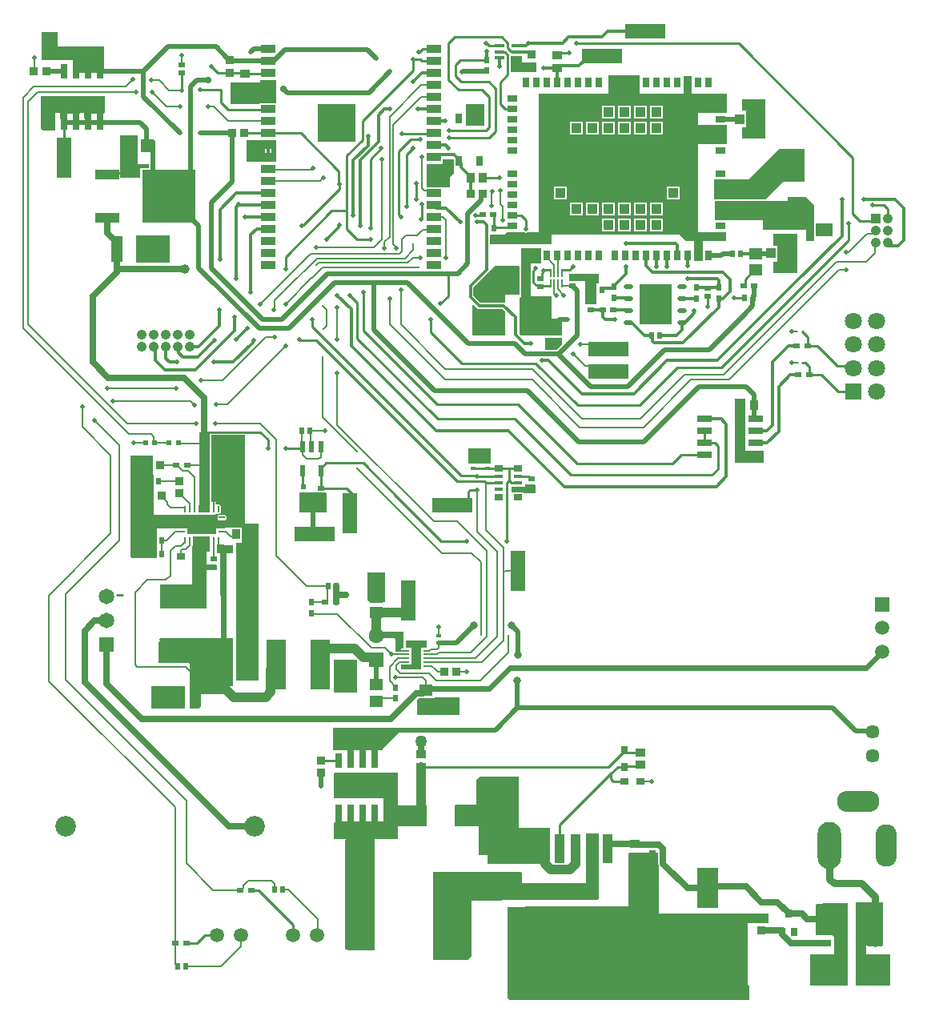
<source format=gtl>
G04*
G04 #@! TF.GenerationSoftware,Altium Limited,Altium Designer,21.3.2 (30)*
G04*
G04 Layer_Physical_Order=1*
G04 Layer_Color=255*
%FSLAX25Y25*%
%MOIN*%
G70*
G04*
G04 #@! TF.SameCoordinates,6E51047B-58C7-44D0-8EEE-2D495A345CE8*
G04*
G04*
G04 #@! TF.FilePolarity,Positive*
G04*
G01*
G75*
%ADD10C,0.00787*%
%ADD16C,0.01000*%
%ADD19R,0.02362X0.02520*%
%ADD20R,0.03347X0.03740*%
%ADD21R,0.03543X0.03543*%
%ADD22R,0.05906X0.03543*%
%ADD23R,0.02756X0.06004*%
%ADD24R,0.17913X0.09055*%
%ADD25R,0.03740X0.03347*%
%ADD26R,0.02520X0.02362*%
%ADD27R,0.13500X0.09500*%
%ADD28R,0.05906X0.16535*%
%ADD29R,0.02362X0.04921*%
%ADD30R,0.16535X0.05906*%
%ADD31R,0.02441X0.02362*%
%ADD32R,0.05512X0.05118*%
%ADD33R,0.02953X0.00787*%
%ADD34R,0.03937X0.06299*%
%ADD35R,0.01968X0.01575*%
%ADD36R,0.02953X0.02362*%
%ADD37R,0.02362X0.02953*%
%ADD38R,0.05709X0.04724*%
G04:AMPARAMS|DCode=39|XSize=9.45mil|YSize=23.62mil|CornerRadius=1.98mil|HoleSize=0mil|Usage=FLASHONLY|Rotation=90.000|XOffset=0mil|YOffset=0mil|HoleType=Round|Shape=RoundedRectangle|*
%AMROUNDEDRECTD39*
21,1,0.00945,0.01965,0,0,90.0*
21,1,0.00548,0.02362,0,0,90.0*
1,1,0.00397,0.00983,0.00274*
1,1,0.00397,0.00983,-0.00274*
1,1,0.00397,-0.00983,-0.00274*
1,1,0.00397,-0.00983,0.00274*
%
%ADD39ROUNDEDRECTD39*%
G04:AMPARAMS|DCode=40|XSize=23.62mil|YSize=9.45mil|CornerRadius=1.98mil|HoleSize=0mil|Usage=FLASHONLY|Rotation=90.000|XOffset=0mil|YOffset=0mil|HoleType=Round|Shape=RoundedRectangle|*
%AMROUNDEDRECTD40*
21,1,0.02362,0.00548,0,0,90.0*
21,1,0.01965,0.00945,0,0,90.0*
1,1,0.00397,0.00274,0.00983*
1,1,0.00397,0.00274,-0.00983*
1,1,0.00397,-0.00274,-0.00983*
1,1,0.00397,-0.00274,0.00983*
%
%ADD40ROUNDEDRECTD40*%
%ADD41R,0.03543X0.03150*%
%ADD42R,0.03543X0.03937*%
%ADD43R,0.01968X0.02362*%
%ADD44R,0.02756X0.05118*%
%ADD45R,0.06004X0.02559*%
%ADD46R,0.00472X0.00866*%
%ADD47R,0.08071X0.21063*%
%ADD48R,0.05118X0.02756*%
%ADD49R,0.11417X0.21260*%
%ADD50R,0.03150X0.03543*%
%ADD51R,0.03937X0.03543*%
%ADD52R,0.06004X0.02756*%
%ADD53R,0.08661X0.16535*%
%ADD54R,0.02756X0.03543*%
%ADD55R,0.04000X0.12008*%
%ADD56R,0.08268X0.05512*%
%ADD57R,0.03543X0.02756*%
%ADD58R,0.03543X0.01575*%
%ADD59R,0.05118X0.10630*%
%ADD60R,0.05118X0.05512*%
%ADD61R,0.04134X0.03937*%
%ADD62R,0.08661X0.04134*%
%ADD63R,0.10236X0.04173*%
%ADD64R,0.02756X0.03937*%
%ADD65R,0.22441X0.22173*%
%ADD66R,0.04331X0.01575*%
%ADD67R,0.00787X0.03543*%
G04:AMPARAMS|DCode=68|XSize=40.95mil|YSize=17.32mil|CornerRadius=6.06mil|HoleSize=0mil|Usage=FLASHONLY|Rotation=180.000|XOffset=0mil|YOffset=0mil|HoleType=Round|Shape=RoundedRectangle|*
%AMROUNDEDRECTD68*
21,1,0.04095,0.00520,0,0,180.0*
21,1,0.02882,0.01732,0,0,180.0*
1,1,0.01213,-0.01441,0.00260*
1,1,0.01213,0.01441,0.00260*
1,1,0.01213,0.01441,-0.00260*
1,1,0.01213,-0.01441,-0.00260*
%
%ADD68ROUNDEDRECTD68*%
%ADD69R,0.06299X0.12598*%
%ADD70R,0.01378X0.02362*%
%ADD71R,0.12598X0.06299*%
%ADD72R,0.02362X0.01378*%
%ADD156R,0.03937X0.03937*%
%ADD157R,0.04331X0.02756*%
%ADD158R,0.02756X0.04331*%
G04:AMPARAMS|DCode=159|XSize=80.71mil|YSize=120.08mil|CornerRadius=2.02mil|HoleSize=0mil|Usage=FLASHONLY|Rotation=90.000|XOffset=0mil|YOffset=0mil|HoleType=Round|Shape=RoundedRectangle|*
%AMROUNDEDRECTD159*
21,1,0.08071,0.11604,0,0,90.0*
21,1,0.07667,0.12008,0,0,90.0*
1,1,0.00404,0.05802,0.03834*
1,1,0.00404,0.05802,-0.03834*
1,1,0.00404,-0.05802,-0.03834*
1,1,0.00404,-0.05802,0.03834*
%
%ADD159ROUNDEDRECTD159*%
%ADD160R,0.41968X0.32992*%
%ADD161R,0.13386X0.16929*%
%ADD162C,0.03000*%
%ADD163C,0.00600*%
%ADD164C,0.00800*%
%ADD165C,0.02000*%
%ADD166C,0.02500*%
%ADD167C,0.02362*%
%ADD168C,0.01200*%
%ADD169C,0.01008*%
%ADD170C,0.03937*%
%ADD171C,0.04000*%
%ADD172R,0.06496X0.06496*%
%ADD173C,0.06496*%
%ADD174C,0.05937*%
%ADD175R,0.05937X0.05937*%
%ADD176C,0.05713*%
%ADD177R,0.07087X0.07087*%
%ADD178C,0.07087*%
%ADD179C,0.08563*%
%ADD180C,0.04213*%
%ADD181C,0.01181*%
%ADD182R,0.06319X0.06319*%
%ADD183C,0.06319*%
%ADD184O,0.09843X0.19685*%
%ADD185O,0.08858X0.17717*%
%ADD186O,0.17717X0.08858*%
%ADD187C,0.04134*%
%ADD188R,0.04134X0.04134*%
%ADD189C,0.05000*%
%ADD190C,0.01968*%
%ADD191C,0.01900*%
%ADD192C,0.03150*%
%ADD193C,0.02756*%
%ADD194C,0.03937*%
G36*
X212480Y393010D02*
X218464D01*
Y389319D01*
X218218Y389073D01*
X207756D01*
Y395766D01*
X212480D01*
Y393010D01*
D02*
G37*
G36*
X19165Y399528D02*
X38525D01*
Y388522D01*
X25279D01*
Y394025D01*
X12414D01*
Y405512D01*
X19165D01*
Y399528D01*
D02*
G37*
G36*
X110118Y375994D02*
X103119D01*
Y375687D01*
X91316D01*
X90963Y376041D01*
X90966Y384742D01*
X103425Y384742D01*
Y385530D01*
X110118D01*
Y375994D01*
D02*
G37*
G36*
X38907Y372320D02*
X38144Y371556D01*
Y369433D01*
X35728D01*
X35298Y369602D01*
Y371768D01*
X33050D01*
Y369433D01*
X30501D01*
X30119Y369816D01*
Y371896D01*
X28333D01*
X28080Y371386D01*
Y369773D01*
X25349D01*
X25279Y369943D01*
Y371684D01*
X23114D01*
Y369136D01*
X20509D01*
X20175Y369510D01*
X20226Y369561D01*
Y371853D01*
X18103D01*
Y364636D01*
X12839D01*
X11989Y365486D01*
Y378944D01*
X38907D01*
Y372320D01*
D02*
G37*
G36*
X196732Y375392D02*
Y366534D01*
X189154D01*
X189154Y375490D01*
X196634D01*
X196732Y375392D01*
D02*
G37*
G36*
X313661Y361121D02*
X304213D01*
Y365845D01*
X305787D01*
X305787Y365845D01*
Y372816D01*
X304213D01*
Y377656D01*
X313661D01*
Y361121D01*
D02*
G37*
G36*
X143189Y359939D02*
X127441D01*
Y375687D01*
X143189D01*
Y359939D01*
D02*
G37*
G36*
X110118Y351672D02*
X97913D01*
Y360727D01*
X110118D01*
Y351672D01*
D02*
G37*
G36*
X52415Y350701D02*
X57050D01*
Y349027D01*
X53515D01*
Y344796D01*
X44948D01*
X44948Y362512D01*
X52415D01*
Y350701D01*
D02*
G37*
G36*
X184035Y352750D02*
Y346947D01*
X182362Y345274D01*
Y340943D01*
X179322Y340943D01*
Y340994D01*
X172618D01*
Y350490D01*
X179311D01*
X179409Y350589D01*
Y352754D01*
X184031D01*
X184035Y352750D01*
D02*
G37*
G36*
X330197Y343404D02*
X321142D01*
X313661Y335924D01*
X292402D01*
Y344328D01*
X306968D01*
X319567Y356790D01*
X330197D01*
Y343404D01*
D02*
G37*
G36*
X261496Y379821D02*
X279606D01*
X279606Y387302D01*
X283248D01*
Y379821D01*
X297766D01*
Y371947D01*
X285709D01*
Y366829D01*
X297716D01*
X297815Y366928D01*
Y358955D01*
X285709D01*
Y322232D01*
X297464D01*
X297520Y322287D01*
Y318522D01*
X287756D01*
X287677Y318601D01*
Y310333D01*
X284134D01*
Y318601D01*
X280886D01*
X278228Y321258D01*
X224656D01*
X224664Y317420D01*
X198996D01*
Y321258D01*
X205098D01*
X205984Y322144D01*
X213379D01*
X213398Y322132D01*
X214055Y322001D01*
X214713Y322132D01*
X214731Y322144D01*
X219331D01*
Y379821D01*
X248406D01*
Y387597D01*
X261496D01*
X261496Y379821D01*
D02*
G37*
G36*
X341614Y320471D02*
X334749D01*
Y322232D01*
X334738Y322287D01*
Y325884D01*
X341614D01*
Y320471D01*
D02*
G37*
G36*
X334035Y333463D02*
Y325994D01*
X334024D01*
Y322232D01*
X334035D01*
Y318601D01*
X330591Y318601D01*
Y323325D01*
X312874D01*
Y327262D01*
X292795D01*
Y335136D01*
X323110D01*
Y337105D01*
X330394D01*
X334035Y333463D01*
D02*
G37*
G36*
X65673Y309554D02*
X51894D01*
Y320892D01*
X65673D01*
Y309554D01*
D02*
G37*
G36*
X327047Y321748D02*
X327047Y321748D01*
Y305213D01*
X317205D01*
Y309937D01*
X318779D01*
Y316630D01*
X316968D01*
Y321748D01*
X327047D01*
D02*
G37*
G36*
X211299Y308011D02*
X211280Y296160D01*
X205394D01*
Y293261D01*
X205007Y292944D01*
X204898Y292965D01*
X195158D01*
X192251Y295872D01*
Y299312D01*
X198607Y305668D01*
X198893Y306096D01*
X201161Y308365D01*
X210945D01*
X211299Y308011D01*
D02*
G37*
G36*
X244370Y300884D02*
X243583D01*
Y292223D01*
X238858D01*
Y302039D01*
X232007D01*
Y304821D01*
X244370D01*
Y300884D01*
D02*
G37*
G36*
X220354Y309152D02*
X216024D01*
Y306347D01*
X215981Y306134D01*
Y301278D01*
X216024Y301065D01*
Y295737D01*
X224654Y295737D01*
X224674Y286317D01*
X229016D01*
Y279132D01*
X211993D01*
X211299Y279826D01*
Y294821D01*
X212087Y295609D01*
Y315451D01*
X220354D01*
Y309152D01*
D02*
G37*
G36*
X193671Y290703D02*
X194101Y290415D01*
X194609Y290314D01*
X204349D01*
X205394Y289270D01*
Y279231D01*
X205295Y279132D01*
X191614D01*
Y292106D01*
X192076Y292298D01*
X193671Y290703D01*
D02*
G37*
G36*
X229016Y275490D02*
X226938Y273413D01*
X222224D01*
X222224Y278345D01*
X229016D01*
Y275490D01*
D02*
G37*
G36*
X305535Y231416D02*
X312972D01*
Y226393D01*
X301063D01*
Y252993D01*
X305535D01*
Y231416D01*
D02*
G37*
G36*
X199576Y232250D02*
Y225791D01*
X189982D01*
Y232253D01*
X199573D01*
X199576Y232250D01*
D02*
G37*
G36*
X218131Y217093D02*
X218130Y213549D01*
X213096Y213549D01*
Y213955D01*
X208529D01*
X208029Y214403D01*
X208030Y216394D01*
X213636Y216394D01*
Y217447D01*
X217777D01*
X218131Y217093D01*
D02*
G37*
G36*
X126844Y213866D02*
X130764D01*
X130984Y213458D01*
Y205550D01*
X119613D01*
Y213955D01*
X119613Y213955D01*
X126844D01*
Y213866D01*
D02*
G37*
G36*
X82494Y214802D02*
X82429D01*
Y210882D01*
X82494D01*
Y205550D01*
X77693D01*
Y208641D01*
X78070D01*
Y239064D01*
X82494D01*
Y214802D01*
D02*
G37*
G36*
X97149Y200822D02*
X102715D01*
Y135605D01*
X93352D01*
Y193035D01*
X95816D01*
Y193810D01*
X95906D01*
Y199147D01*
X88680D01*
X88679Y199145D01*
X88674Y199136D01*
X88668Y199127D01*
X88662Y199119D01*
X88656Y199111D01*
X88650Y199103D01*
X88643Y199095D01*
X88635Y199088D01*
X88627Y199082D01*
X88619Y199075D01*
X88611Y199069D01*
X88602Y199064D01*
X88593Y199059D01*
X88583Y199055D01*
X88574Y199051D01*
X88564Y199047D01*
X88554Y199044D01*
X88544Y199042D01*
X88534Y199040D01*
X88524Y199039D01*
X88514Y199038D01*
X88503Y199038D01*
X85058D01*
Y196675D01*
X85058Y196665D01*
X85057Y196655D01*
X85056Y196645D01*
X85054Y196634D01*
X85052Y196625D01*
X85049Y196615D01*
X85045Y196605D01*
X85041Y196595D01*
X85037Y196586D01*
X85032Y196577D01*
X85027Y196568D01*
X85021Y196560D01*
X85014Y196552D01*
X85008Y196544D01*
X85001Y196536D01*
X84993Y196529D01*
X84985Y196522D01*
X84977Y196516D01*
X84969Y196510D01*
X84960Y196505D01*
X84951Y196500D01*
X84942Y196496D01*
X84932Y196492D01*
X84922Y196488D01*
X84913Y196485D01*
X84903Y196483D01*
X84892Y196481D01*
X84882Y196480D01*
X84872Y196479D01*
X84862Y196479D01*
X73247D01*
X73237Y196479D01*
X73227Y196480D01*
X73217Y196481D01*
X73207Y196483D01*
X73196Y196485D01*
X73186Y196488D01*
X73177Y196492D01*
X73167Y196496D01*
X73158Y196500D01*
X73149Y196505D01*
X73140Y196510D01*
X73132Y196516D01*
X73124Y196522D01*
X73116Y196529D01*
X73108Y196536D01*
X73101Y196544D01*
X73094Y196552D01*
X73088Y196560D01*
X73082Y196568D01*
X73077Y196577D01*
X73072Y196586D01*
X73068Y196595D01*
X73064Y196605D01*
X73060Y196615D01*
X73057Y196625D01*
X73055Y196634D01*
X73053Y196645D01*
X73052Y196655D01*
X73051Y196665D01*
X73050Y196675D01*
Y199038D01*
X60504D01*
Y190250D01*
X60469D01*
Y186676D01*
X50203D01*
X49476Y187403D01*
Y229418D01*
X58543D01*
X58885Y229276D01*
Y222217D01*
X58951Y220339D01*
Y204579D01*
X68851Y204546D01*
X72894Y204549D01*
X73054Y204389D01*
X73055Y204394D01*
X73057Y204403D01*
X73060Y204413D01*
X73064Y204423D01*
X73068Y204433D01*
X73072Y204442D01*
X73077Y204451D01*
X73082Y204460D01*
X73088Y204468D01*
X73094Y204476D01*
X73101Y204484D01*
X73108Y204492D01*
X73116Y204499D01*
X73124Y204506D01*
X73132Y204512D01*
X73140Y204518D01*
X73149Y204523D01*
X73158Y204528D01*
X73167Y204532D01*
X73177Y204536D01*
X73186Y204540D01*
X73196Y204543D01*
X73207Y204545D01*
X73217Y204547D01*
X73227Y204548D01*
X73237Y204549D01*
X73247Y204549D01*
X84862D01*
X84872Y204549D01*
X84882Y204548D01*
X84892Y204547D01*
X84903Y204545D01*
X84913Y204543D01*
Y204852D01*
X85077Y204985D01*
X85413Y205163D01*
X85670Y205111D01*
X86218D01*
X86569Y205181D01*
X86866Y205380D01*
X87064Y205677D01*
X87134Y206027D01*
Y207993D01*
X87064Y208343D01*
X86866Y208641D01*
X86569Y208839D01*
X86218Y208909D01*
X85670D01*
X85413Y208857D01*
X85077Y209035D01*
X84913Y209168D01*
Y209752D01*
X85058Y209898D01*
X83246Y209898D01*
Y237841D01*
X97149D01*
Y200822D01*
D02*
G37*
G36*
X88699Y192052D02*
X92175D01*
Y189080D01*
X91821Y188727D01*
X89418Y188727D01*
X89348Y188657D01*
X89348Y188256D01*
Y153355D01*
X92175D01*
Y133320D01*
X78897D01*
Y125000D01*
X77953Y124056D01*
X74133D01*
Y142496D01*
X73627Y143002D01*
X61083D01*
Y151478D01*
X61884Y152278D01*
X61532Y152630D01*
X61612Y153130D01*
X85929D01*
X87029Y153355D01*
X86810Y188726D01*
X85624Y188726D01*
X85271Y189080D01*
Y192052D01*
X85410Y192191D01*
X88559D01*
X88699Y192052D01*
D02*
G37*
G36*
X155466Y179090D02*
X155466Y177510D01*
Y168205D01*
X149393Y168059D01*
X148954Y168205D01*
X148618Y168540D01*
Y168540D01*
X148618D01*
X148113Y169045D01*
Y180658D01*
X155466D01*
Y179090D01*
D02*
G37*
G36*
X82578Y189424D02*
X81221D01*
Y183928D01*
X84970D01*
X85058Y183716D01*
Y181619D01*
X81221D01*
X81221Y165649D01*
X61884D01*
Y175680D01*
X75228D01*
X75218Y191637D01*
X75255Y191821D01*
Y192691D01*
X75323Y193035D01*
Y195001D01*
X75290Y195168D01*
X75552Y195593D01*
X75643Y195668D01*
X82578D01*
Y189424D01*
D02*
G37*
G36*
X163027Y148786D02*
X161979D01*
Y147582D01*
X159794D01*
Y152908D01*
X159572Y153130D01*
X149940D01*
Y155932D01*
X163027D01*
Y148786D01*
D02*
G37*
G36*
X172759Y149301D02*
X170423D01*
Y140254D01*
X161979D01*
Y142224D01*
X166274D01*
Y143799D01*
Y145373D01*
Y146948D01*
Y149136D01*
X166199D01*
Y149301D01*
X164215D01*
Y152216D01*
X172759D01*
Y149301D01*
D02*
G37*
G36*
X143872Y144006D02*
X143873Y130806D01*
X143520Y130452D01*
X134577D01*
X134223Y130806D01*
X134224Y144428D01*
X143450D01*
X143872Y144006D01*
D02*
G37*
G36*
X72180Y124056D02*
X58188D01*
Y133235D01*
X72180D01*
X72180Y124056D01*
D02*
G37*
G36*
X186332Y121676D02*
X185987Y121331D01*
X168883D01*
Y127674D01*
X169551Y128343D01*
X171176D01*
X171368Y128381D01*
X176022D01*
Y128711D01*
X186332D01*
Y121676D01*
D02*
G37*
G36*
X160805Y115982D02*
X161021Y115982D01*
X161295Y115708D01*
Y115330D01*
X161295Y115330D01*
X161467Y115157D01*
X161979Y114646D01*
X154535Y107202D01*
Y106739D01*
X133971D01*
X133914Y106878D01*
Y115982D01*
X160805D01*
D02*
G37*
G36*
X211173Y74149D02*
X224041D01*
Y59414D01*
X198066D01*
Y62841D01*
X194976D01*
X194260Y62944D01*
Y74860D01*
X184464D01*
X184283Y83512D01*
X184633Y83869D01*
X193543Y83865D01*
Y94208D01*
X194976Y95640D01*
X211173D01*
Y74149D01*
D02*
G37*
G36*
X244365Y44622D02*
X243884Y44141D01*
X204199D01*
X204109Y44050D01*
X191391D01*
Y20690D01*
X189888Y19186D01*
X175697D01*
X175337Y19534D01*
Y56106D01*
X211985D01*
X212466Y55626D01*
Y51175D01*
X218249D01*
X218430Y51356D01*
X239074D01*
Y56047D01*
X239133Y56106D01*
Y71590D01*
X239215Y71896D01*
X239559Y72040D01*
X244365D01*
Y44622D01*
D02*
G37*
G36*
X347979Y8450D02*
X332581D01*
Y21481D01*
X342520D01*
Y29048D01*
X341874Y29695D01*
X334769D01*
Y42447D01*
X335269Y42792D01*
X335387Y42750D01*
X339986Y42828D01*
X347979D01*
Y8450D01*
D02*
G37*
G36*
X160903Y69698D02*
X151087D01*
Y23792D01*
X150857Y23562D01*
X138776D01*
Y69256D01*
X139219Y69698D01*
X134224D01*
X134224Y76285D01*
X134724Y76784D01*
X154756D01*
Y86654D01*
X134223D01*
Y96853D01*
X134577Y97207D01*
X160903D01*
Y69698D01*
D02*
G37*
G36*
X269193Y63924D02*
Y59414D01*
X269344Y58653D01*
X269378Y58602D01*
Y38543D01*
X315059D01*
Y34486D01*
X306297D01*
Y32421D01*
X306538Y32180D01*
Y9086D01*
X307034Y8590D01*
Y2771D01*
X207069D01*
X206363Y3476D01*
Y41244D01*
X214111D01*
X214175Y41089D01*
Y8952D01*
X253997D01*
X254225Y8724D01*
Y41676D01*
X256849D01*
X256851Y63604D01*
X257205Y63957D01*
X269193Y63924D01*
D02*
G37*
G36*
X362788Y43315D02*
Y25265D01*
X355611D01*
Y21688D01*
X365892D01*
Y8604D01*
X351456D01*
Y42287D01*
X351456Y42788D01*
Y43369D01*
X362735D01*
X362788Y43315D01*
D02*
G37*
%LPC*%
G36*
X106772Y359847D02*
X106264Y359747D01*
X105834Y359459D01*
X105547Y359029D01*
X105446Y358522D01*
Y353522D01*
X105547Y353015D01*
X105834Y352585D01*
X106264Y352297D01*
X106772Y352197D01*
X107279Y352297D01*
X107709Y352585D01*
X107996Y353015D01*
X108097Y353522D01*
Y358522D01*
X107996Y359029D01*
X107709Y359459D01*
X107279Y359747D01*
X106772Y359847D01*
D02*
G37*
G36*
X271251Y374813D02*
X265914D01*
Y369476D01*
X271251D01*
Y374813D01*
D02*
G37*
G36*
X264558D02*
X259221D01*
Y369476D01*
X264558D01*
Y374813D01*
D02*
G37*
G36*
X257865D02*
X252528D01*
Y369476D01*
X257865D01*
Y374813D01*
D02*
G37*
G36*
X251172D02*
X245835D01*
Y369476D01*
X251172D01*
Y374813D01*
D02*
G37*
G36*
X271251Y368120D02*
X265914D01*
Y362783D01*
X271251D01*
Y368120D01*
D02*
G37*
G36*
X264558D02*
X259221D01*
Y362783D01*
X264558D01*
Y368120D01*
D02*
G37*
G36*
X257865D02*
X252528D01*
Y362783D01*
X257865D01*
Y368120D01*
D02*
G37*
G36*
X251172D02*
X245835D01*
Y362783D01*
X251172D01*
Y368120D01*
D02*
G37*
G36*
X244479D02*
X239142D01*
Y362783D01*
X244479D01*
Y368120D01*
D02*
G37*
G36*
X237787D02*
X232450D01*
Y362783D01*
X237787D01*
Y368120D01*
D02*
G37*
G36*
X277944Y341348D02*
X272607D01*
Y336011D01*
X277944D01*
Y341348D01*
D02*
G37*
G36*
X231094D02*
X225757D01*
Y336011D01*
X231094D01*
Y341348D01*
D02*
G37*
G36*
X271251Y334655D02*
X265914D01*
Y329318D01*
X271251D01*
Y334655D01*
D02*
G37*
G36*
X264558D02*
X259221D01*
Y329318D01*
X264558D01*
Y334655D01*
D02*
G37*
G36*
X257865D02*
X252528D01*
Y329318D01*
X257865D01*
Y334655D01*
D02*
G37*
G36*
X251172D02*
X245835D01*
Y329318D01*
X251172D01*
Y334655D01*
D02*
G37*
G36*
X244479D02*
X239142D01*
Y329318D01*
X244479D01*
Y334655D01*
D02*
G37*
G36*
X237787D02*
X232450D01*
Y329318D01*
X237787D01*
Y334655D01*
D02*
G37*
G36*
X271251Y327962D02*
X265914D01*
Y322625D01*
X271251D01*
Y327962D01*
D02*
G37*
G36*
X264558D02*
X259221D01*
Y322625D01*
X264558D01*
Y327962D01*
D02*
G37*
G36*
X257865D02*
X252528D01*
Y322625D01*
X257865D01*
Y327962D01*
D02*
G37*
G36*
X251172D02*
X245835D01*
Y322625D01*
X251172D01*
Y327962D01*
D02*
G37*
G36*
X88502Y204657D02*
X86536D01*
X86186Y204587D01*
X85889Y204388D01*
X85690Y204091D01*
X85620Y203741D01*
Y203193D01*
X85690Y202842D01*
X85889Y202545D01*
X86186Y202346D01*
X86536Y202277D01*
X88502D01*
X88852Y202346D01*
X89149Y202545D01*
X89348Y202842D01*
X89418Y203193D01*
Y203741D01*
X89348Y204091D01*
X89149Y204388D01*
X88852Y204587D01*
X88502Y204657D01*
D02*
G37*
%LPD*%
D10*
X170708Y340753D02*
X171768Y339694D01*
X170708Y340753D02*
Y353522D01*
X176376Y140272D02*
Y140272D01*
X174906Y141743D02*
X176376Y140272D01*
X172759Y141743D02*
X174906D01*
X176376Y140272D02*
X177253Y139396D01*
X180107D01*
X154154Y319304D02*
Y352754D01*
X150741Y315892D02*
X154154Y319304D01*
X59533Y234662D02*
X65352D01*
X59238Y234957D02*
Y237024D01*
X58081Y238180D02*
X59238Y237024D01*
X48634Y238180D02*
X58081D01*
X59238Y234957D02*
X59533Y234662D01*
X4674Y282140D02*
Y378434D01*
Y282140D02*
X48634Y238180D01*
X4674Y378434D02*
X9112Y382872D01*
X47499D02*
X50451Y385824D01*
X9112Y382872D02*
X47499D01*
X64431Y374659D02*
X69930D01*
X58481Y380609D02*
X64431Y374659D01*
X29154Y380609D02*
X51894D01*
X29146Y380601D02*
X29154Y380609D01*
X6796Y376735D02*
X10662Y380601D01*
X6796Y284049D02*
Y376735D01*
X10662Y380601D02*
X29146D01*
X171768Y339694D02*
X174498D01*
X168780Y320972D02*
X170985Y323178D01*
X174498Y339694D02*
X175669Y338522D01*
X162445Y314140D02*
Y319244D01*
X161579Y313274D02*
X162445Y314140D01*
X81761Y374509D02*
X84222D01*
X175669Y328522D02*
X179493D01*
X103446Y292409D02*
X124311Y313274D01*
X84222Y374509D02*
X90209Y368522D01*
X180837Y311730D02*
Y327179D01*
X124311Y313274D02*
X161579D01*
X179493Y328522D02*
X180837Y327179D01*
X90209Y368522D02*
X106772D01*
X180815Y311708D02*
X180837Y311730D01*
X164172Y320972D02*
X168780D01*
X103425Y292409D02*
X103446D01*
X162445Y319244D02*
X164172Y320972D01*
X170985Y323178D02*
X175325D01*
X135504Y242084D02*
Y263730D01*
X135530Y263755D01*
X135315Y277520D02*
X135410Y277615D01*
Y290932D01*
X135504Y291027D01*
X6796Y284049D02*
X48129Y242716D01*
X135504Y242084D02*
X175716Y201873D01*
X126713Y315892D02*
X150741D01*
X171114Y137017D02*
X172526Y135605D01*
X159814Y137017D02*
X171114D01*
X175716Y201873D02*
X185264D01*
X197669Y189467D01*
Y164847D02*
Y189467D01*
X193867Y197477D02*
X202081Y189263D01*
X193867Y197477D02*
Y214971D01*
X197391Y198285D02*
X204771Y190904D01*
X197391Y198285D02*
Y217979D01*
X204771Y180658D02*
Y190904D01*
Y152216D02*
Y180658D01*
X205369Y181255D01*
X210593D01*
X109971Y187484D02*
Y235997D01*
X103253Y242716D02*
X109971Y235997D01*
X84877Y242716D02*
X103253D01*
X122604Y174852D02*
X131618D01*
X109971Y187484D02*
X122604Y174852D01*
X48129Y242716D02*
X76639D01*
X159794Y128189D02*
X159794Y128189D01*
X152961Y128189D02*
X159794D01*
X151878Y127106D02*
X152961Y128189D01*
X157256Y135549D02*
Y141246D01*
Y135549D02*
X159794Y133011D01*
Y132716D02*
Y133011D01*
X160903Y144892D02*
X164097D01*
X157256Y141246D02*
X160903Y144892D01*
X172526Y131681D02*
Y135605D01*
Y131681D02*
X172566Y131640D01*
X130555Y168205D02*
X130723D01*
X124744D02*
X130555D01*
X131511Y174744D02*
X131618Y174852D01*
X130723Y168205D02*
X131511Y168992D01*
Y174744D01*
X135544Y163382D02*
X149730Y149197D01*
X155466D01*
X125039Y163382D02*
X135544D01*
X155466Y149197D02*
X158108Y146555D01*
X124744Y163678D02*
X125039Y163382D01*
X158108Y146555D02*
X158196Y146467D01*
X164097D01*
X190968Y147267D02*
X197652Y153950D01*
Y164829D02*
X197669Y164847D01*
X197652Y153950D02*
Y164829D01*
X177116Y146555D02*
X177828Y147267D01*
X174160Y146555D02*
X177116D01*
X174072Y146467D02*
X174160Y146555D01*
X172759Y146467D02*
X174072D01*
X177828Y147267D02*
X190968D01*
X172759Y143317D02*
X195873D01*
X204771Y152216D01*
X202081Y153793D02*
Y189263D01*
X193181Y144892D02*
X202081Y153793D01*
X172759Y144892D02*
X172778Y144911D01*
X172759Y144892D02*
X193181D01*
X69526Y234424D02*
X80264D01*
X69289Y234662D02*
X69526Y234424D01*
X83976Y186132D02*
Y194018D01*
X229016Y300046D02*
Y301081D01*
X229122Y299939D02*
X233346D01*
D16*
X99650Y48401D02*
X102626D01*
X227984Y65689D02*
Y75454D01*
X249453Y96923D01*
Y94662D02*
Y96923D01*
X250579Y93537D02*
X255047D01*
X249453Y94662D02*
X250579Y93537D01*
X249453Y96923D02*
X252289Y99759D01*
X255047D01*
X80476Y29693D02*
X85385D01*
X85551Y29528D01*
X77133Y26350D02*
X80476Y29693D01*
X72631Y26350D02*
X77133D01*
X43678Y171416D02*
X46230D01*
X102626Y48401D02*
X117031Y33996D01*
Y30846D02*
Y33996D01*
Y30846D02*
X118691Y29186D01*
X220720Y303691D02*
Y305270D01*
X221535Y306085D02*
Y306347D01*
X224134Y306683D02*
X224185D01*
X223983Y306533D02*
X224134Y306683D01*
X221721Y306533D02*
X223983D01*
X221535Y306347D02*
X221721Y306533D01*
X220720Y305270D02*
X221535Y306085D01*
X220039Y303010D02*
X220720Y303691D01*
X164578Y333069D02*
Y354695D01*
X167066Y357184D01*
X161004Y356005D02*
X165923Y360924D01*
X161004Y329821D02*
Y356005D01*
X165923Y360924D02*
X170059D01*
X162445Y363207D02*
X175354D01*
X106772Y363522D02*
X120306D01*
X136114Y342497D02*
Y347714D01*
X120306Y363522D02*
X136114Y347714D01*
X121348Y325244D02*
X121373D01*
X120654Y324795D02*
X120898D01*
X121348Y325244D01*
X121373D02*
X136299Y340171D01*
X168494Y335837D02*
Y342497D01*
X181722Y295674D02*
Y304991D01*
X178566Y292518D02*
X181722Y295674D01*
X348572Y319080D02*
Y326032D01*
X343384Y313842D02*
Y313892D01*
X348572Y319080D01*
X295342Y265800D02*
X343384Y313842D01*
X277091Y265800D02*
X295342D01*
X174498Y280683D02*
Y285924D01*
Y280683D02*
X187500Y267681D01*
X218158D02*
X235627Y250213D01*
X187500Y267681D02*
X218158D01*
X235627Y250213D02*
X261504D01*
X277091Y265800D01*
X358537Y333463D02*
X363228D01*
X364705Y331987D01*
Y327835D02*
Y331987D01*
X235118Y400884D02*
X302680D01*
X350151Y353413D01*
X143874Y278028D02*
Y293014D01*
Y278028D02*
X177427Y244475D01*
X83246Y391129D02*
X85696Y388680D01*
X96634D01*
X143775Y319244D02*
X149280D01*
X143189Y319830D02*
X143775Y319244D01*
X114014Y312064D02*
X133205Y331254D01*
X169829Y397341D02*
X171010Y398522D01*
X136299Y340171D02*
Y342311D01*
X139547Y331254D02*
Y354341D01*
X175354Y363207D02*
X175669Y363522D01*
X105669D02*
X106220Y364073D01*
X136114Y342497D02*
X136299Y342311D01*
X143189Y319830D02*
Y319946D01*
X169567Y397341D02*
X169829D01*
X171010Y398522D02*
X175669D01*
X114014Y306790D02*
Y312064D01*
X133205Y331254D02*
X139547D01*
Y323588D02*
X143189Y319946D01*
X139547Y323588D02*
Y331254D01*
Y354341D02*
X145933Y360727D01*
Y368451D01*
X167106Y389624D01*
Y394290D01*
X170142D01*
X170910Y393522D01*
X175669D01*
X170708Y333718D02*
X170846Y333857D01*
X170570Y327459D02*
X170708Y327597D01*
Y333718D01*
X106437Y388187D02*
X106772Y388522D01*
X97126Y388187D02*
X106437D01*
X96831Y363522D02*
X105669D01*
X119785Y277348D02*
X120422D01*
X120466Y277304D02*
X126713D01*
X185532Y218486D02*
X196884D01*
X126713Y277304D02*
X185532Y218486D01*
X119613Y277520D02*
X119785Y277348D01*
X120422D02*
X120466Y277304D01*
X140827Y296061D02*
X143874Y293014D01*
X146352Y281186D02*
Y297406D01*
X21691Y353460D02*
Y367840D01*
X21666Y353434D02*
X21691Y353460D01*
X125129Y282938D02*
X187160Y220907D01*
X125129Y282938D02*
Y286025D01*
X196884Y218486D02*
X197391Y217979D01*
X187160Y220907D02*
X193695D01*
X146352Y281186D02*
X177041Y250497D01*
X335555Y275071D02*
X343892Y266734D01*
X331379Y275071D02*
X335555D01*
X343892Y266734D02*
X349408D01*
X350394Y265748D01*
X343995Y255906D02*
X350394D01*
X336939Y262962D02*
X343995Y255906D01*
X332027Y262962D02*
X336939D01*
X329155Y267881D02*
X330326D01*
X332027Y262962D02*
Y266180D01*
X330326Y267881D02*
X332027Y266180D01*
X149280Y352645D02*
X153819Y357184D01*
X149280Y323916D02*
Y352645D01*
X177041Y250497D02*
X210821D01*
X177427Y244475D02*
X209576D01*
X170392Y99511D02*
X248303D01*
X190819Y214971D02*
X193867D01*
X189953Y214105D02*
X190819Y214971D01*
X189953Y211201D02*
Y214105D01*
X183556Y208748D02*
X187500D01*
X189953Y211201D01*
X193695Y220907D02*
X193867Y220735D01*
X197391Y217979D02*
X202751D01*
X232901Y221150D02*
X291516D01*
X209576Y244475D02*
X232901Y221150D01*
X210821Y250497D02*
X235443Y225874D01*
X275239D01*
X80039Y239064D02*
X103387D01*
X106599Y232425D02*
Y235852D01*
X103387Y239064D02*
X106599Y235852D01*
Y232425D02*
X106772Y232253D01*
X114014Y232321D02*
X120446D01*
X121127Y233002D02*
Y233027D01*
X120446Y232321D02*
X121127Y233002D01*
X135799Y102171D02*
X135961Y102332D01*
X128873Y102171D02*
X135799D01*
X128719Y102325D02*
X128873Y102171D01*
X193867Y220735D02*
X202751D01*
X288299Y234474D02*
Y239474D01*
X278839Y229474D02*
X288299D01*
X275239Y225874D02*
X278839Y229474D01*
X288299Y234474D02*
X292888D01*
X293979Y233384D01*
Y223612D02*
Y233384D01*
X291516Y221150D02*
X293979Y223612D01*
X331379Y275071D02*
Y276189D01*
X331303D02*
Y278629D01*
X328976Y280956D02*
X331303Y278629D01*
X161004Y329821D02*
X162087Y328739D01*
X255047Y106255D02*
Y106452D01*
X248303Y99511D02*
X255047Y106255D01*
X255736Y105763D02*
X261740D01*
X255047Y106452D02*
X255736Y105763D01*
X255047Y99759D02*
X255273Y99985D01*
X261277D01*
X261740Y100448D01*
X216412Y219515D02*
X216491D01*
X215192Y220735D02*
X216412Y219515D01*
X210625Y220735D02*
X215192D01*
X350151Y329825D02*
X352927Y327050D01*
X359382D01*
X350151Y329825D02*
Y353413D01*
X181870Y385683D02*
Y400884D01*
Y385683D02*
X185960Y381593D01*
X181870Y400884D02*
X184495Y403510D01*
X182067Y361711D02*
X198898D01*
X182067Y364664D02*
X182165Y364565D01*
X197520D01*
X40453Y347046D02*
X48457D01*
X39648Y346241D02*
X40453Y347046D01*
X49291Y347879D02*
X49490D01*
X48457Y347046D02*
X49291Y347879D01*
X96634Y388680D02*
X97126Y388187D01*
X289646Y291504D02*
Y295609D01*
Y291504D02*
X289715Y291435D01*
X208543Y329231D02*
X208642Y329132D01*
X212101D02*
X214055Y327179D01*
Y323719D02*
Y327179D01*
X208642Y329132D02*
X212101D01*
X184724Y387400D02*
Y392093D01*
X186724Y394093D02*
X197913D01*
X184724Y392093D02*
X186724Y394093D01*
X304705Y299939D02*
X305262Y300497D01*
Y302621D01*
X309232Y306591D01*
X309724D01*
X300669Y295077D02*
X305236D01*
X305236Y295077D01*
X185960Y381593D02*
X195846D01*
X205451Y397153D02*
X206497Y396108D01*
X203425Y384742D02*
X206497Y387814D01*
Y396108D01*
X203219Y397153D02*
X205451D01*
X197520Y400884D02*
X197782D01*
X198766Y399900D02*
X203031D01*
X197782Y400884D02*
X198766Y399900D01*
X184495Y403510D02*
X204072D01*
X206497Y401085D01*
X195551Y329231D02*
X196043Y329723D01*
X193189Y329231D02*
X195551D01*
X196289Y344930D02*
X203031D01*
X196240Y344979D02*
X196289Y344930D01*
X233346Y303404D02*
X233425D01*
X197520Y364565D02*
X198799Y365845D01*
Y378640D01*
X201555Y364369D02*
Y382085D01*
X198898Y361711D02*
X201555Y364369D01*
X198701Y384939D02*
X201555Y382085D01*
X187185Y384939D02*
X198701D01*
X195846Y381593D02*
X198799Y378640D01*
X184724Y387400D02*
X187185Y384939D01*
X206497Y398871D02*
Y401085D01*
Y398871D02*
X207740Y397628D01*
X209831D01*
X210118Y397341D01*
X203425Y375687D02*
Y384742D01*
Y375687D02*
X205394Y373719D01*
X208543D01*
X227933Y396947D02*
X232165D01*
X227047Y396061D02*
X227933Y396947D01*
X219961Y303010D02*
X220039D01*
X233478Y307813D02*
X233740D01*
X232348Y306683D02*
X233478Y307813D01*
X229122Y306683D02*
X232348D01*
X220224Y299809D02*
X224185D01*
X219961Y299546D02*
X220224Y299809D01*
X217205Y306134D02*
X217992Y306921D01*
X217205Y301278D02*
Y306134D01*
Y301278D02*
X218256Y300227D01*
X219280D01*
X217992Y306921D02*
Y307184D01*
X219280Y300227D02*
X219961Y299546D01*
X200620Y323965D02*
X200669Y323916D01*
X200620Y323965D02*
Y329575D01*
X200571Y329624D02*
X200620Y329575D01*
X208051Y324408D02*
X208543Y324900D01*
X201161Y324408D02*
X208051D01*
X200669Y323916D02*
X201161Y324408D01*
D19*
X109367Y48548D02*
D03*
X112831D02*
D03*
X69118Y16608D02*
D03*
X72583D02*
D03*
X124119Y239739D02*
D03*
X120654D02*
D03*
X131618Y174852D02*
D03*
X135082D02*
D03*
X57627Y218666D02*
D03*
X61091D02*
D03*
X62416Y193951D02*
D03*
X58951D02*
D03*
X62350Y188290D02*
D03*
X58885D02*
D03*
X84311Y212842D02*
D03*
X80846D02*
D03*
X91061Y190466D02*
D03*
X94525D02*
D03*
X303583Y313284D02*
D03*
X300118D02*
D03*
X308701Y295077D02*
D03*
X305236D02*
D03*
X245709Y298128D02*
D03*
X242244D02*
D03*
X266260Y279231D02*
D03*
X269724D02*
D03*
X209961Y298128D02*
D03*
X213425D02*
D03*
X213425Y306790D02*
D03*
X209961D02*
D03*
X213425Y302459D02*
D03*
X209961D02*
D03*
D20*
X14255Y389382D02*
D03*
X9137D02*
D03*
X180107Y139396D02*
D03*
X185225D02*
D03*
X61612Y225314D02*
D03*
X56494D02*
D03*
X62479Y212645D02*
D03*
X57361D02*
D03*
X91713Y363522D02*
D03*
X96831D02*
D03*
X196142Y338286D02*
D03*
X191024D02*
D03*
D21*
X140827Y362302D02*
D03*
X135315D02*
D03*
X129803D02*
D03*
X140827Y373325D02*
D03*
X135315D02*
D03*
X129803D02*
D03*
X140827Y367813D02*
D03*
X135315D02*
D03*
X129803D02*
D03*
D22*
X175669Y308522D02*
D03*
Y313522D02*
D03*
Y318522D02*
D03*
Y323522D02*
D03*
Y328522D02*
D03*
Y333522D02*
D03*
Y338522D02*
D03*
Y343522D02*
D03*
Y348522D02*
D03*
Y353522D02*
D03*
Y358522D02*
D03*
Y363522D02*
D03*
Y368522D02*
D03*
Y373522D02*
D03*
Y378522D02*
D03*
Y383522D02*
D03*
Y388522D02*
D03*
Y393522D02*
D03*
Y398522D02*
D03*
X106772Y308522D02*
D03*
Y313522D02*
D03*
Y318522D02*
D03*
Y323522D02*
D03*
Y328522D02*
D03*
Y333522D02*
D03*
Y338522D02*
D03*
Y343522D02*
D03*
Y348522D02*
D03*
Y353522D02*
D03*
Y358522D02*
D03*
Y363522D02*
D03*
Y368522D02*
D03*
Y373522D02*
D03*
Y378522D02*
D03*
Y383522D02*
D03*
Y388522D02*
D03*
Y393522D02*
D03*
Y398522D02*
D03*
D23*
X36691Y367840D02*
D03*
X31691D02*
D03*
X26691D02*
D03*
X21691D02*
D03*
Y389194D02*
D03*
X26691D02*
D03*
X31691D02*
D03*
X36691D02*
D03*
X150961Y102332D02*
D03*
X145961D02*
D03*
X140962D02*
D03*
X135961D02*
D03*
Y80978D02*
D03*
X140962D02*
D03*
X145961D02*
D03*
X150961D02*
D03*
D24*
X193543Y79213D02*
D03*
X163622D02*
D03*
D25*
X128719Y97207D02*
D03*
Y102325D02*
D03*
X69703Y213548D02*
D03*
Y218666D02*
D03*
X312244Y31654D02*
D03*
Y36772D02*
D03*
X90827Y393798D02*
D03*
Y388680D02*
D03*
X216417Y391239D02*
D03*
Y396357D02*
D03*
D26*
X70788Y392044D02*
D03*
Y388580D02*
D03*
X128804Y212283D02*
D03*
Y215747D02*
D03*
X83976Y182667D02*
D03*
Y186132D02*
D03*
X266698Y63957D02*
D03*
Y67421D02*
D03*
X216491Y216050D02*
D03*
Y219515D02*
D03*
X289646Y299073D02*
D03*
Y295609D02*
D03*
X233346Y303404D02*
D03*
Y299939D02*
D03*
X219961Y303010D02*
D03*
Y299546D02*
D03*
X241220Y289939D02*
D03*
Y293404D02*
D03*
X310512Y337262D02*
D03*
Y333798D02*
D03*
X305787Y333798D02*
D03*
Y337262D02*
D03*
X301063Y333798D02*
D03*
Y337262D02*
D03*
D27*
X68688Y170853D02*
D03*
Y147854D02*
D03*
D28*
X165036Y168875D02*
D03*
X140822Y205131D02*
D03*
X210593Y181255D02*
D03*
X21666Y353434D02*
D03*
D29*
X128607Y222791D02*
D03*
X121127D02*
D03*
Y233027D02*
D03*
X124867D02*
D03*
X128607D02*
D03*
D30*
X125985Y196496D02*
D03*
X183556Y208748D02*
D03*
X248504Y264181D02*
D03*
X248504Y273719D02*
D03*
X263661Y406002D02*
D03*
X245709Y395766D02*
D03*
D31*
X121363Y216117D02*
D03*
Y212495D02*
D03*
D32*
X172566Y131640D02*
D03*
Y125341D02*
D03*
X151872Y170345D02*
D03*
Y164046D02*
D03*
D33*
X164097Y148042D02*
D03*
Y146467D02*
D03*
Y144892D02*
D03*
Y143317D02*
D03*
Y141743D02*
D03*
X172759D02*
D03*
Y143317D02*
D03*
Y144892D02*
D03*
Y146467D02*
D03*
Y148042D02*
D03*
D34*
X168428Y144892D02*
D03*
D35*
X177749Y154405D02*
D03*
Y151255D02*
D03*
X192011Y223989D02*
D03*
Y227139D02*
D03*
X198005Y224058D02*
D03*
Y227207D02*
D03*
D36*
X135082Y168205D02*
D03*
X130555D02*
D03*
X73083Y225314D02*
D03*
X68556D02*
D03*
X332027Y262962D02*
D03*
X327499D02*
D03*
X326852Y275071D02*
D03*
X331379D02*
D03*
X99650Y48401D02*
D03*
X95122D02*
D03*
X72631Y26350D02*
D03*
X68103D02*
D03*
X304705Y299939D02*
D03*
X309232D02*
D03*
X196043Y329624D02*
D03*
X200571D02*
D03*
X246043Y289861D02*
D03*
X250571D02*
D03*
D37*
X159794Y128189D02*
D03*
Y132716D02*
D03*
X124744Y168205D02*
D03*
Y163678D02*
D03*
X284921Y299211D02*
D03*
Y294684D02*
D03*
X294370D02*
D03*
Y299211D02*
D03*
X197913Y389565D02*
D03*
Y394093D02*
D03*
X200669Y323916D02*
D03*
Y319388D02*
D03*
X250669Y299605D02*
D03*
Y295077D02*
D03*
D38*
X151878Y133799D02*
D03*
Y127106D02*
D03*
X309724Y306591D02*
D03*
Y313284D02*
D03*
D39*
X70590Y197561D02*
D03*
Y203467D02*
D03*
X87519Y197561D02*
D03*
Y203467D02*
D03*
D40*
X78070Y194018D02*
D03*
X80039D02*
D03*
X82007D02*
D03*
X83976D02*
D03*
X85944D02*
D03*
X76102D02*
D03*
X74133D02*
D03*
X72165D02*
D03*
X78070Y207010D02*
D03*
X80039D02*
D03*
X82007D02*
D03*
X83976D02*
D03*
X85944D02*
D03*
X76102D02*
D03*
X74133D02*
D03*
X72165D02*
D03*
D41*
X70442Y187345D02*
D03*
X77135D02*
D03*
X255047Y93537D02*
D03*
X261740D02*
D03*
D42*
X80264Y234424D02*
D03*
X85579D02*
D03*
X80402Y227272D02*
D03*
X85717D02*
D03*
X80264Y220485D02*
D03*
X85579D02*
D03*
X98750Y196479D02*
D03*
X93435D02*
D03*
X95685Y147267D02*
D03*
X90370D02*
D03*
X95520Y139105D02*
D03*
X90205D02*
D03*
X303759Y250213D02*
D03*
X309074D02*
D03*
X190925Y344979D02*
D03*
X196240D02*
D03*
D43*
X55596Y234662D02*
D03*
X59533D02*
D03*
X65352D02*
D03*
X69289D02*
D03*
D44*
X76168Y128209D02*
D03*
X68688D02*
D03*
D45*
X288299Y244474D02*
D03*
Y239474D02*
D03*
Y234474D02*
D03*
Y229474D02*
D03*
X309653D02*
D03*
Y234474D02*
D03*
Y239474D02*
D03*
Y244474D02*
D03*
D46*
X329155Y267881D02*
D03*
X327580D02*
D03*
X328976Y280956D02*
D03*
X327401D02*
D03*
D47*
X109971Y142321D02*
D03*
X128475D02*
D03*
D48*
X139219Y141306D02*
D03*
Y148786D02*
D03*
D49*
X145260Y33979D02*
D03*
X184236D02*
D03*
D50*
X255047Y106452D02*
D03*
Y99759D02*
D03*
D51*
X261740Y105763D02*
D03*
Y100448D02*
D03*
X170392Y99511D02*
D03*
Y104826D02*
D03*
X259457Y67542D02*
D03*
Y62227D02*
D03*
X97126Y388187D02*
D03*
Y382872D02*
D03*
X227047Y390746D02*
D03*
Y396061D02*
D03*
D52*
X359582Y41443D02*
D03*
Y36443D02*
D03*
Y31443D02*
D03*
Y26443D02*
D03*
X338228D02*
D03*
Y31443D02*
D03*
Y36443D02*
D03*
Y41443D02*
D03*
D53*
X289646Y20551D02*
D03*
Y49291D02*
D03*
D54*
X320709Y31063D02*
D03*
X323268Y38543D02*
D03*
X325827Y31063D02*
D03*
D55*
X248087Y65689D02*
D03*
X241386D02*
D03*
X234685D02*
D03*
X227984D02*
D03*
X221284D02*
D03*
D56*
X206363Y52375D02*
D03*
Y69698D02*
D03*
D57*
X202751Y224081D02*
D03*
Y211877D02*
D03*
X210625D02*
D03*
Y224081D02*
D03*
D58*
X202751Y220735D02*
D03*
Y217979D02*
D03*
Y215223D02*
D03*
X210625D02*
D03*
Y217979D02*
D03*
Y220735D02*
D03*
D59*
X43626Y315147D02*
D03*
X54650D02*
D03*
D60*
X49659Y358263D02*
D03*
X55958D02*
D03*
D61*
X315925Y313480D02*
D03*
X302933Y369388D02*
D03*
D62*
X321929Y307673D02*
D03*
Y319288D02*
D03*
X308937Y375195D02*
D03*
Y363581D02*
D03*
D63*
X39648Y328241D02*
D03*
Y346241D02*
D03*
D64*
X186201Y351869D02*
D03*
Y369585D02*
D03*
X194665Y351869D02*
D03*
Y369585D02*
D03*
D65*
X65435Y337241D02*
D03*
D66*
X203031Y394782D02*
D03*
Y397341D02*
D03*
Y399900D02*
D03*
X210118D02*
D03*
Y397341D02*
D03*
Y394782D02*
D03*
D67*
X229016Y301081D02*
D03*
X227441D02*
D03*
X225866D02*
D03*
X224291D02*
D03*
Y305412D02*
D03*
X225866D02*
D03*
X227441D02*
D03*
X229016D02*
D03*
D68*
X256791Y284723D02*
D03*
Y289723D02*
D03*
Y294723D02*
D03*
Y299723D02*
D03*
X279193D02*
D03*
Y294723D02*
D03*
Y289723D02*
D03*
Y284723D02*
D03*
D69*
X326654Y330412D02*
D03*
Y350097D02*
D03*
D70*
X332854Y324113D02*
D03*
X335413D02*
D03*
D71*
X217992Y282774D02*
D03*
X198307D02*
D03*
D72*
X227047Y277557D02*
D03*
Y280117D02*
D03*
D156*
X275276Y358758D02*
D03*
Y352065D02*
D03*
Y345372D02*
D03*
Y338680D02*
D03*
X268583Y331987D02*
D03*
X261890D02*
D03*
X255197D02*
D03*
X248504D02*
D03*
X241811D02*
D03*
X235118D02*
D03*
X228425Y338680D02*
D03*
Y345372D02*
D03*
Y352065D02*
D03*
Y358758D02*
D03*
X235118Y365451D02*
D03*
X241811D02*
D03*
X248504D02*
D03*
X255197D02*
D03*
X261890D02*
D03*
X268583D02*
D03*
X281968Y358758D02*
D03*
Y352065D02*
D03*
Y345372D02*
D03*
Y338680D02*
D03*
X268583Y325294D02*
D03*
X261890D02*
D03*
X255197D02*
D03*
X248504D02*
D03*
X241811D02*
D03*
X235118D02*
D03*
X221732Y338680D02*
D03*
Y345372D02*
D03*
Y352065D02*
D03*
Y358758D02*
D03*
X235118Y372144D02*
D03*
X241811D02*
D03*
X248504D02*
D03*
X255197D02*
D03*
X261890D02*
D03*
X268583D02*
D03*
D157*
X295157Y378050D02*
D03*
Y373719D02*
D03*
Y369388D02*
D03*
Y365057D02*
D03*
Y360727D02*
D03*
Y356396D02*
D03*
Y346553D02*
D03*
Y342223D02*
D03*
Y337892D02*
D03*
Y333561D02*
D03*
Y329231D02*
D03*
Y324900D02*
D03*
Y320569D02*
D03*
X208543D02*
D03*
Y324900D02*
D03*
Y329231D02*
D03*
Y333561D02*
D03*
Y337892D02*
D03*
Y342223D02*
D03*
Y346553D02*
D03*
Y356396D02*
D03*
Y360727D02*
D03*
Y365057D02*
D03*
Y369388D02*
D03*
Y373719D02*
D03*
Y378050D02*
D03*
D158*
X290039Y312695D02*
D03*
X285709D02*
D03*
X281378D02*
D03*
X277047D02*
D03*
X272716D02*
D03*
X268386D02*
D03*
X264055D02*
D03*
X259724D02*
D03*
X255394D02*
D03*
X251063D02*
D03*
X244370D02*
D03*
X240039D02*
D03*
X235709D02*
D03*
X231378D02*
D03*
X227047D02*
D03*
X222716D02*
D03*
X218386D02*
D03*
X214055D02*
D03*
Y384742D02*
D03*
X218386D02*
D03*
X222716D02*
D03*
X227047D02*
D03*
X231378D02*
D03*
X235709D02*
D03*
X240039D02*
D03*
X244370D02*
D03*
X251063D02*
D03*
X255394D02*
D03*
X259724D02*
D03*
X264055D02*
D03*
X268386D02*
D03*
X272716D02*
D03*
X277047D02*
D03*
X281378D02*
D03*
X285709D02*
D03*
X290039D02*
D03*
D159*
X79054Y200514D02*
D03*
D160*
X234685Y25118D02*
D03*
D161*
X267992Y292223D02*
D03*
D162*
X340551Y53113D02*
X342308Y51356D01*
X353666D01*
X340551Y53113D02*
Y66415D01*
X353666Y51356D02*
X359460Y45561D01*
Y41565D02*
X359582Y41443D01*
X359460Y41565D02*
Y45561D01*
X359582Y26443D02*
Y31443D01*
Y36443D02*
Y41443D01*
Y31443D02*
Y36443D01*
D163*
X108098Y52314D02*
X109565Y50848D01*
X98385Y52314D02*
X108098D01*
X109565Y48746D02*
Y50848D01*
X109367Y48548D02*
X109565Y48746D01*
X96316Y49633D02*
Y50245D01*
X96298Y49616D02*
X96316Y49633D01*
X96298Y49282D02*
Y49616D01*
X96316Y50245D02*
X98385Y52314D01*
X83830Y48401D02*
X95417D01*
X96298Y49282D01*
X68103Y17702D02*
X69118Y16687D01*
X68103Y17702D02*
Y26350D01*
X69118Y16608D02*
Y16687D01*
X72631Y59600D02*
X83830Y48401D01*
X72631Y59600D02*
Y85599D01*
X22424Y135806D02*
Y171698D01*
Y135806D02*
X72631Y85599D01*
X15479Y135410D02*
Y171041D01*
X68103Y26350D02*
Y82785D01*
X15479Y135410D02*
X68103Y82785D01*
X44791Y194065D02*
Y233504D01*
X22424Y171698D02*
X44791Y194065D01*
X41232Y196794D02*
Y229311D01*
X15479Y171041D02*
X41232Y196794D01*
X29407Y241135D02*
X41232Y229311D01*
X29407Y241135D02*
Y249544D01*
X34270Y244026D02*
X44791Y233504D01*
X129487Y257656D02*
Y270114D01*
X129345Y257514D02*
X129487Y257656D01*
X129345Y245213D02*
Y257514D01*
X89588Y250509D02*
X114014Y274935D01*
X85032Y250509D02*
X89588D01*
X105838Y278713D02*
X109429D01*
X87842Y260717D02*
X105838Y278713D01*
X129345Y245213D02*
X143772Y230787D01*
X129803Y282055D02*
X131139Y283391D01*
Y289987D01*
X163617Y311365D02*
X167106Y314855D01*
X113549Y297963D02*
X126951Y311365D01*
X163617D01*
X125385Y303780D02*
X129345Y307740D01*
X169567D01*
X126844Y308522D02*
X127876Y309554D01*
X164911D02*
X167066Y311708D01*
X127876Y309554D02*
X164911D01*
X129487Y291640D02*
X131139Y289987D01*
X124395Y302787D02*
X125385Y303777D01*
Y303780D01*
X114014Y292409D02*
X124392Y302787D01*
X124395D01*
X167106Y314855D02*
Y317420D01*
X113496Y297963D02*
X113549D01*
X179128Y188657D02*
X191494D01*
X143874Y223911D02*
X179128Y188657D01*
X191494D02*
X195254Y184897D01*
Y154583D02*
Y184897D01*
X206914Y147438D02*
Y154248D01*
X195025Y135549D02*
X206914Y147438D01*
X176805Y135549D02*
X195025D01*
X161875Y138562D02*
X173792D01*
X176805Y135549D01*
X160005Y140432D02*
X161875Y138562D01*
X160005Y140432D02*
Y142024D01*
X161299Y143317D01*
X164097D01*
X167066Y311708D02*
X170059D01*
X39648Y257269D02*
X68444D01*
X78652Y260717D02*
X87842D01*
X42132Y252026D02*
X74517D01*
X76102Y250441D01*
X324664Y267881D02*
X327580D01*
X324653Y280956D02*
X327117D01*
X109429Y293896D02*
X113496Y297963D01*
X109429Y290296D02*
Y293896D01*
X109180Y290047D02*
X109429Y290296D01*
D164*
X127278Y29758D02*
Y36412D01*
X127047Y29528D02*
X127278Y29758D01*
X115142Y48548D02*
X127278Y36412D01*
X112831Y48548D02*
X115142D01*
X87250Y16608D02*
X95551Y24909D01*
Y29528D01*
X72583Y16608D02*
X87250D01*
X52241Y141319D02*
X72365D01*
X74133Y139551D01*
X51277Y142283D02*
X52241Y141319D01*
X227428Y298535D02*
X227435Y298542D01*
Y301075D02*
X227441Y301081D01*
X227435Y298542D02*
Y301075D01*
X160314Y148425D02*
X160698Y148042D01*
X164097D01*
X177749Y149268D02*
Y151255D01*
X174401Y148614D02*
X177063D01*
X177248Y148799D02*
X177280D01*
X177063Y148614D02*
X177248Y148799D01*
X177280D02*
X177749Y149268D01*
X173835Y148048D02*
X174401Y148614D01*
X261635Y244474D02*
X280123Y262962D01*
X237534Y244474D02*
X261635D01*
X216646Y265362D02*
X237534Y244474D01*
X296349Y262962D02*
X343324Y309937D01*
X280123Y262962D02*
X296349D01*
X180579Y265362D02*
X216646D01*
X343324Y309937D02*
X355779D01*
X298761Y260827D02*
X344525Y306591D01*
X282884Y260827D02*
X298761D01*
X344525Y306591D02*
X347402D01*
X262969Y240912D02*
X282884Y260827D01*
X236556Y240912D02*
X262969D01*
X216641Y260827D02*
X236556Y240912D01*
X355779Y309937D02*
X359569Y313727D01*
Y316410D01*
X359795Y316636D01*
X161956Y283986D02*
X180579Y265362D01*
X161956Y283986D02*
Y298207D01*
X9137Y389382D02*
X9422Y389667D01*
X58158Y385530D02*
X61306D01*
X65463Y381373D01*
X70791D01*
X157320Y370331D02*
X170512Y383522D01*
X155197Y318235D02*
X157320Y320358D01*
X155197Y315451D02*
Y318235D01*
X157320Y320358D02*
Y370331D01*
X106772Y348522D02*
X106870Y348424D01*
X128292Y343601D02*
X129487Y344796D01*
X106772Y343522D02*
X106850Y343601D01*
X170512Y383522D02*
X175669D01*
X124744Y348424D02*
X125156Y348835D01*
X106870Y348424D02*
X124744D01*
X129487Y344796D02*
X129803D01*
X125156Y348835D02*
X125472D01*
X106850Y343601D02*
X128292D01*
X158820Y366910D02*
X170433Y378522D01*
X160163Y315575D02*
Y315892D01*
X158820Y317234D02*
X160163Y315892D01*
X158820Y317234D02*
Y366910D01*
X170433Y378522D02*
X175669D01*
X157264Y283967D02*
X180404Y260827D01*
X157264Y283967D02*
Y294723D01*
X9422Y389667D02*
Y395073D01*
X70788Y392044D02*
Y395892D01*
X347606Y314036D02*
X348572D01*
X356173Y321637D01*
X347395Y313825D02*
X347606Y314036D01*
X180404Y260827D02*
X216641D01*
X51277Y142283D02*
Y172265D01*
X56522Y177510D01*
X64198D01*
X66077Y179389D01*
Y189775D02*
X67940Y191637D01*
X66077Y179389D02*
Y189775D01*
X67940Y191637D02*
X70468D01*
X70952Y192121D01*
X70977D02*
X72165Y193309D01*
X70952Y192121D02*
X70977D01*
X72165Y193309D02*
Y194018D01*
X177749Y154405D02*
Y157889D01*
X124493Y233401D02*
Y239365D01*
Y233401D02*
X124867Y233027D01*
X124119Y239739D02*
X124493Y239365D01*
X124119Y239739D02*
X130555D01*
X121127Y229549D02*
Y233002D01*
X120654Y239739D02*
X120891Y239503D01*
Y233263D02*
X121127Y233027D01*
X120891Y233263D02*
Y239503D01*
X125422Y197060D02*
X125985Y196496D01*
X127904Y228072D02*
X128607Y228776D01*
X121127Y229549D02*
X122604Y228072D01*
X127904D01*
X128607Y228776D02*
Y233027D01*
X185319Y139302D02*
X189427D01*
X185225Y139396D02*
X185319Y139302D01*
X50770Y234662D02*
X55596D01*
X74133Y191821D02*
Y194018D01*
X72502Y190190D02*
X74133Y191821D01*
X70911Y190190D02*
X72502D01*
X70442Y189721D02*
X70911Y190190D01*
X70442Y187345D02*
Y189721D01*
X61612Y225314D02*
X68556D01*
X62479Y212449D02*
Y212645D01*
Y212449D02*
X64915Y210013D01*
Y208814D02*
Y210013D01*
X64329Y193951D02*
X66077Y195699D01*
X62416Y193951D02*
X64329D01*
X62383Y193918D02*
X62416Y193951D01*
X62383Y188323D02*
Y193918D01*
X62350Y188290D02*
X62383Y188323D01*
X73083Y225314D02*
X80039D01*
X68851D02*
X69632Y224533D01*
Y224238D02*
Y224533D01*
Y224238D02*
X70952Y222918D01*
X73522D01*
X76102Y220339D01*
X61091Y218666D02*
X69703D01*
X76102Y207010D02*
Y220339D01*
X69703Y213548D02*
X69899D01*
X74133Y209314D01*
X64915Y208814D02*
X66077Y207651D01*
X74133Y207010D02*
Y209314D01*
X66077Y207651D02*
X72092D01*
X72165Y207579D01*
Y207010D02*
Y207579D01*
X83976Y210547D02*
X84311Y210882D01*
X83976Y207010D02*
Y210547D01*
X67940Y197561D02*
X70590D01*
X66077Y195699D02*
X67940Y197561D01*
X66077Y195699D02*
Y195699D01*
X87519Y197561D02*
X87561Y197519D01*
X89111D01*
X90932Y195699D01*
X92655D02*
X93435Y196479D01*
X90932Y195699D02*
X92655D01*
X85944Y194018D02*
X86017Y193946D01*
X85944Y191803D02*
Y194018D01*
X88514Y190466D02*
X91061D01*
X261740Y93537D02*
X266542D01*
X356173Y321637D02*
X359795D01*
X227428Y298535D02*
X229902Y296061D01*
X233740Y271679D02*
X238686Y266734D01*
X245951D01*
X248504Y264181D01*
X236890Y275490D02*
X246732D01*
X248504Y273719D01*
X204311Y327179D02*
Y333069D01*
X199783Y338926D02*
X200177Y339320D01*
X199783Y333168D02*
Y338926D01*
X203524Y333857D02*
X204311Y333069D01*
X203524Y333857D02*
Y339664D01*
X225866Y296750D02*
X226752Y295865D01*
X225866Y296750D02*
Y301081D01*
X227441Y305412D02*
Y312302D01*
X227047Y312695D02*
X227441Y312302D01*
X225866Y305412D02*
Y308758D01*
X222716Y311908D02*
X225866Y308758D01*
X222716Y311908D02*
Y312695D01*
D165*
X210544Y124237D02*
X341835D01*
X351584Y114488D02*
X357795D01*
X341835Y124237D02*
X351584Y114488D01*
X177749Y151255D02*
X185190D01*
X192560Y158625D01*
X210544Y124237D02*
Y135605D01*
X77881Y307442D02*
X103092Y282232D01*
X77881Y307442D02*
Y324795D01*
X103092Y282232D02*
X115364D01*
X58783Y347115D02*
Y359939D01*
Y347115D02*
X67046Y338852D01*
X181722Y304991D02*
X185642D01*
X131471D02*
X181722D01*
X290377Y273325D02*
X304747Y287695D01*
X256476Y257971D02*
X271831Y273325D01*
X290377D01*
X263242Y235000D02*
X286213Y257971D01*
X235980Y235000D02*
X263242D01*
X286213Y257971D02*
X305693D01*
X214713Y256268D02*
X235980Y235000D01*
X112995Y381886D02*
X114666Y380215D01*
X148602D01*
X76943Y385530D02*
X81761D01*
X74384Y382971D02*
X76943Y385530D01*
X74384Y346190D02*
Y382971D01*
X14255Y389382D02*
X14348Y389289D01*
X14447D01*
X21596D02*
X21691Y389194D01*
X14447Y389289D02*
X21596D01*
X54758Y378694D02*
Y389194D01*
Y378694D02*
X69930Y363522D01*
X78534D02*
X91713D01*
Y343197D02*
Y363522D01*
X83246Y307298D02*
Y334731D01*
X91713Y343197D01*
X150741Y301278D02*
X164793D01*
X134410D02*
X150741D01*
Y281714D02*
Y301278D01*
Y281714D02*
X176188Y256268D01*
X113733Y398241D02*
X114014D01*
X109152Y393660D02*
X113733Y398241D01*
X99418Y397341D02*
X100599Y398522D01*
X114014Y398241D02*
X147944D01*
X100599Y398522D02*
X106772D01*
X147944Y398241D02*
X151697Y394489D01*
X90965Y393660D02*
X109152D01*
X90827Y393798D02*
X90965Y393660D01*
X164793Y301278D02*
X190236Y275835D01*
X115364Y282232D02*
X134410Y301278D01*
X75656Y327020D02*
X77881Y324795D01*
X65569Y337241D02*
X75656Y327154D01*
Y327020D02*
Y327154D01*
X189772Y309120D02*
Y321258D01*
X148602Y380215D02*
X157559Y389172D01*
X65435Y337241D02*
X65569D01*
X83246Y307298D02*
X104519Y286025D01*
X89534Y394893D02*
X90630Y393798D01*
X89534Y394893D02*
Y394936D01*
X84942Y399528D02*
X89534Y394936D01*
X65093Y399528D02*
X84942D01*
X90630Y393798D02*
X90827D01*
X44861Y389194D02*
X54758D01*
X65093Y399528D01*
X36691Y389194D02*
X44861D01*
X36691Y367840D02*
X53427D01*
X31691D02*
X36691D01*
X26691D02*
X31691D01*
X21691D02*
X26691D01*
X53427D02*
X55958Y365309D01*
Y358263D02*
Y365309D01*
X176188Y256268D02*
X214713D01*
X125422Y197060D02*
Y208445D01*
X160959Y114988D02*
X201295D01*
X210544Y124237D01*
X210738Y146262D02*
Y155932D01*
X208030Y158641D02*
X210738Y155932D01*
X151878Y133799D02*
Y144248D01*
X109971Y142321D02*
Y144799D01*
X106936Y147834D02*
X109971Y144799D01*
X68688Y147854D02*
X69703Y146838D01*
X309074Y250213D02*
Y254590D01*
X305693Y257971D02*
X309074Y254590D01*
X304747Y287695D02*
X304747D01*
X308520Y291467D02*
Y294896D01*
X304747Y287695D02*
X308520Y291467D01*
Y294896D02*
X308701Y295077D01*
Y295156D01*
X309232Y295687D02*
Y299939D01*
X308701Y295156D02*
X309232Y295687D01*
X309353Y244474D02*
X309653D01*
X309074Y244754D02*
X309353Y244474D01*
X309074Y244754D02*
Y250213D01*
X241066Y257971D02*
X256476D01*
X128475Y142321D02*
Y145751D01*
X131511Y148786D01*
X128719Y91655D02*
Y97207D01*
X227047Y284742D02*
X228228Y285924D01*
X231378D01*
X227047Y280117D02*
Y284742D01*
X185642Y304991D02*
X189772Y309120D01*
X112505Y286025D02*
X131471Y304991D01*
X104519Y286025D02*
X112505D01*
X227358Y271679D02*
X241066Y257971D01*
X67046Y338852D02*
X74384Y346190D01*
X190236Y275835D02*
X209479D01*
X213634Y271679D01*
X227358D02*
X227862D01*
X213634D02*
X227358D01*
X189772Y329892D02*
X195468Y335589D01*
X65435Y337241D02*
X67046Y338852D01*
X187377Y389078D02*
X187619Y389319D01*
X197732D01*
X197913Y389500D01*
Y389565D01*
X296142Y313284D02*
X300118D01*
X295356Y312498D02*
X296142Y313284D01*
X290236Y312498D02*
X295356D01*
X309823Y313382D02*
X315827D01*
X309724Y313284D02*
X309823Y313382D01*
X315827D02*
X315925Y313480D01*
X195468Y335589D02*
Y337613D01*
X189772Y321258D02*
Y329439D01*
X227862Y271679D02*
X235315Y279132D01*
Y297971D01*
X295157Y369388D02*
X302933D01*
X290039Y312695D02*
X290236Y312498D01*
X233606Y299679D02*
X235315Y297971D01*
X233606Y299679D02*
Y299758D01*
X233425Y299939D02*
X233606Y299758D01*
X233346Y299939D02*
X233425D01*
X195468Y337613D02*
X196142Y338286D01*
D166*
X30455Y134876D02*
Y156377D01*
X34574Y160497D02*
X39385D01*
X30455Y156377D02*
X34574Y160497D01*
X39385D02*
X39458Y160570D01*
X30455Y134876D02*
X90352Y74979D01*
X101164D01*
X54149Y119507D02*
X157685D01*
X39458Y134197D02*
X54149Y119507D01*
X39458Y134197D02*
Y150570D01*
X168509Y130331D02*
X171176D01*
X157685Y119507D02*
X168509Y130331D01*
X72054Y306901D02*
X72165Y306790D01*
X43626Y306901D02*
X72054D01*
X171176Y130331D02*
X172526Y131681D01*
X80039Y239064D02*
Y253293D01*
Y237012D02*
Y239064D01*
X40063Y261682D02*
X71650D01*
X80039Y253293D01*
X33621Y268124D02*
X40063Y261682D01*
X33621Y268124D02*
Y295725D01*
X43626Y305729D01*
Y306901D01*
Y315147D02*
Y317903D01*
Y306901D02*
Y315147D01*
X140962Y102332D02*
Y110205D01*
X150961Y102332D02*
Y108821D01*
X151087Y108947D01*
X146089Y102461D02*
Y107569D01*
X147468Y108947D01*
X145961Y102332D02*
X146089Y102461D01*
X150961Y110331D02*
X151087Y110205D01*
Y108947D02*
Y110205D01*
X135961Y80850D02*
X136090Y80978D01*
X135961Y74979D02*
Y80850D01*
Y74979D02*
X136090Y74851D01*
X140962D02*
Y80978D01*
X145961Y74851D02*
Y80978D01*
X145260Y74149D02*
X145961Y74851D01*
X150961Y74149D02*
Y80978D01*
X135961Y80850D02*
Y80978D01*
X135082Y171188D02*
Y174852D01*
X135975Y171188D02*
X139048D01*
X170407Y110331D02*
X170423Y110346D01*
X170407Y104841D02*
Y110331D01*
X170392Y104826D02*
X170407Y104841D01*
X135082Y170295D02*
X135975Y171188D01*
X135082Y168205D02*
Y170295D01*
X320837Y29963D02*
Y30935D01*
X320709Y31063D02*
X320837Y30935D01*
Y29963D02*
X324358Y26443D01*
X338228D01*
X320709Y30669D02*
Y31457D01*
X338228Y31443D02*
Y36443D01*
Y41443D01*
X331050Y36443D02*
X338228D01*
X328950Y38543D02*
X331050Y36443D01*
X323268Y38543D02*
X328950D01*
X259670Y67330D02*
X266698D01*
X269540D01*
X248837Y67542D02*
X259457D01*
X248087Y66793D02*
X248837Y67542D01*
X248087Y65689D02*
Y66793D01*
X259457Y67542D02*
X259670Y67330D01*
X269540D02*
X271181Y65689D01*
Y59414D02*
Y65689D01*
Y59414D02*
X281304Y49291D01*
X289646D01*
X320512Y31654D02*
X320709Y31457D01*
X312244Y31654D02*
X320512D01*
X289646Y49291D02*
X290207Y49853D01*
X305696D01*
X312233Y43315D01*
X318890D01*
X323268Y38543D02*
Y38937D01*
X318890Y43315D02*
X323268Y38937D01*
X39648Y321881D02*
Y328241D01*
Y321881D02*
X43626Y317903D01*
D167*
X355831Y141087D02*
X362303Y147559D01*
X207488Y141087D02*
X355831D01*
X172566Y131640D02*
X173236Y132310D01*
X198711D01*
X207488Y141087D01*
D168*
X325553Y300497D02*
X345701Y320644D01*
Y335849D01*
X272831Y268826D02*
X293883D01*
X325553Y300497D01*
X325553D01*
X267490Y276189D02*
X279518D01*
X266260Y279231D02*
X266648Y278843D01*
X279518Y276189D02*
X294370Y291042D01*
X266648Y277032D02*
Y278843D01*
Y277032D02*
X267490Y276189D01*
X258952Y254947D02*
X272831Y268826D01*
X237258Y254947D02*
X258952D01*
X223379Y268826D02*
X237258Y254947D01*
X220755Y268826D02*
X223379D01*
X100465Y276414D02*
Y277170D01*
X83976Y268124D02*
X92175D01*
X100465Y277170D02*
X100599Y277304D01*
X92175Y268124D02*
X100465Y276414D01*
X94549Y333857D02*
X94757D01*
X93259Y302880D02*
X93352Y302787D01*
X86834Y310884D02*
Y331776D01*
X106772Y353522D02*
Y358522D01*
X169173Y373522D02*
X175669D01*
X93259Y302880D02*
Y332567D01*
X94549Y333857D01*
X180646Y358522D02*
X181722Y357446D01*
X93581Y338522D02*
X106772D01*
X86834Y331776D02*
X93581Y338522D01*
X175669Y368522D02*
X180565D01*
X175669Y333522D02*
X176752Y332439D01*
X94757Y333857D02*
X95091Y333522D01*
X106772D01*
X97126Y328522D02*
X106772D01*
X99561Y297406D02*
Y321115D01*
X101969Y323522D01*
X106772D01*
X167106Y385038D02*
X170590Y388522D01*
X175669D01*
Y358522D02*
X180646D01*
X175669Y373522D02*
X175669Y373522D01*
X176752Y332439D02*
X180630D01*
X186594Y326475D01*
X175325Y323178D02*
X175669Y323522D01*
X186201Y351869D02*
Y352459D01*
X184134Y354526D02*
X186201Y352459D01*
X176673Y354526D02*
X184134D01*
X175669Y353522D02*
X176673Y354526D01*
X136165Y325160D02*
X136299Y325294D01*
X136165Y324425D02*
Y325160D01*
X130984Y319244D02*
X136165Y324425D01*
X92789Y281440D02*
Y286953D01*
X76378Y265029D02*
X92789Y281440D01*
X77887Y274752D02*
X86536Y283401D01*
Y289910D01*
X74133Y274752D02*
X77887D01*
X59710Y268987D02*
X63668Y265029D01*
X76378D01*
X141389Y274931D02*
X176628Y239693D01*
X135504Y296061D02*
X141389Y290177D01*
Y274931D02*
Y290177D01*
X93352Y277535D02*
X98033Y282217D01*
X93352Y277520D02*
Y277535D01*
X98033Y282217D02*
Y282232D01*
X92655Y287087D02*
X92789Y286953D01*
X319339Y258078D02*
X324223Y262962D01*
X319339Y239358D02*
Y258078D01*
X314455Y234474D02*
X319339Y239358D01*
X309653Y234474D02*
X314455D01*
X316892Y268387D02*
X323575Y275071D01*
X316892Y241987D02*
Y268387D01*
X314455Y239550D02*
X316892Y241987D01*
X309729Y239550D02*
X314455D01*
X309653Y239474D02*
X309729Y239550D01*
X144938Y324900D02*
Y352239D01*
X152638Y359939D01*
X176628Y239693D02*
X206777D01*
X64133Y269769D02*
X65778Y268124D01*
X64133Y269769D02*
Y274752D01*
X65778Y268124D02*
X68688D01*
X69474Y271969D02*
Y274412D01*
X71328Y270114D02*
X77337D01*
X69133Y274752D02*
X69474Y274412D01*
Y271969D02*
X71328Y270114D01*
X77337D02*
X84526Y277304D01*
X59710Y268987D02*
Y274176D01*
X59133Y274752D02*
X59710Y274176D01*
X230154Y216316D02*
X287155D01*
X206777Y239693D02*
X230154Y216316D01*
X295437Y244474D02*
X297464Y242447D01*
X288299Y244474D02*
X295437D01*
X297464Y220515D02*
Y242447D01*
X293343Y216394D02*
X297464Y220515D01*
X287233Y216394D02*
X293343D01*
X287155Y216316D02*
X287233Y216394D01*
X323575Y275071D02*
X326852D01*
X324223Y262962D02*
X327499D01*
X142205Y329231D02*
Y352193D01*
X148367Y358356D01*
Y362302D01*
X354795Y335849D02*
X367669D01*
X371370Y332148D01*
Y318871D02*
Y332148D01*
X369874Y317375D02*
X371370Y318871D01*
X369874Y317339D02*
Y317375D01*
X369171Y316636D02*
X369874Y317339D01*
X364795Y316636D02*
X369171D01*
X213268Y275982D02*
X215877D01*
X209621Y279629D02*
X213268Y275982D01*
X215877D02*
X216024Y275835D01*
X193681Y326502D02*
X193725Y326458D01*
X196355D01*
X190925Y295323D02*
Y299861D01*
X197669Y306605D01*
X190925Y295323D02*
X194609Y291640D01*
X204898D01*
X209621Y286917D01*
Y279629D02*
Y286917D01*
X279193Y284723D02*
X280374D01*
X269724Y279231D02*
X276654D01*
X279193Y281770D01*
X280374Y284723D02*
X284134Y288483D01*
X279193Y281770D02*
Y284723D01*
X284134Y288483D02*
Y289723D01*
X294370Y291042D02*
Y294684D01*
X276260Y317577D02*
X277047Y316790D01*
X268386Y308011D02*
Y312695D01*
X255787Y317577D02*
X276260D01*
X268386Y308011D02*
X268386Y308011D01*
X277047Y312695D02*
Y316790D01*
X272716Y308011D02*
Y312695D01*
X281378Y308362D02*
Y312695D01*
X245689Y403510D02*
X248182Y406002D01*
X263661D01*
X231879Y403510D02*
X245689D01*
X229254Y400884D02*
X231879Y403510D01*
X215236Y400884D02*
X229254D01*
X236152Y391524D02*
X240394Y395766D01*
X236152Y391485D02*
Y391524D01*
X240394Y395766D02*
X245709D01*
X227785Y391485D02*
X236152D01*
X303583Y313284D02*
X309724D01*
X203031Y391165D02*
Y394782D01*
X221535Y390746D02*
X227047D01*
X215068Y400884D02*
X215236D01*
X210118Y399900D02*
X214083D01*
X215068Y400884D01*
X197913Y394093D02*
Y397628D01*
X196355Y326458D02*
X197669Y325144D01*
Y306605D02*
Y325144D01*
X152638Y359939D02*
Y370963D01*
X155197Y373522D02*
X157264D01*
X152638Y370963D02*
X155197Y373522D01*
X190925Y344979D02*
X190974Y344930D01*
Y338335D02*
Y344930D01*
Y338335D02*
X191024Y338286D01*
X186201Y351869D02*
X186979Y351091D01*
Y349122D02*
Y351091D01*
Y349122D02*
X190925Y345176D01*
Y344979D02*
Y345176D01*
X203031Y397341D02*
X203219Y397153D01*
X215620D02*
X216417Y396357D01*
X210306Y397153D02*
X215620D01*
X210118Y397341D02*
X210306Y397153D01*
X227047Y390746D02*
X227785Y391485D01*
X227047Y390746D02*
X227047Y390746D01*
Y384742D02*
Y390746D01*
X250669Y299900D02*
X255787Y305018D01*
X250669Y299605D02*
Y299900D01*
X255787Y305018D02*
Y308011D01*
X266811Y305606D02*
X295947D01*
X264055Y308362D02*
X266811Y305606D01*
X295947D02*
X299095Y302459D01*
X264055Y308362D02*
Y312695D01*
X284901Y294703D02*
X284921Y294684D01*
X279213Y294703D02*
X284901D01*
X279193Y294723D02*
X279213Y294703D01*
X284921Y299211D02*
X284990Y299142D01*
X289577D01*
X289646Y299073D01*
X289715Y299142D01*
X294301D01*
X294370Y299211D01*
Y302262D01*
X293622Y303010D02*
X294370Y302262D01*
X281378Y303010D02*
X293622D01*
X284921Y299211D02*
Y299506D01*
X246043Y286937D02*
Y289861D01*
Y286937D02*
X247057Y285924D01*
X251063D01*
X263464Y279231D02*
X266260D01*
X257972Y284723D02*
X263464Y279231D01*
X299095Y297636D02*
Y302459D01*
X296142Y294684D02*
X299095Y297636D01*
X294370Y294684D02*
X296142D01*
X256791Y284723D02*
X257972D01*
X250669Y299369D02*
Y299605D01*
X250088Y298788D02*
X250669Y299369D01*
X246290Y298788D02*
X250088D01*
X245709Y298207D02*
X246290Y298788D01*
X245709Y298128D02*
Y298207D01*
X256614Y294900D02*
X256791Y294723D01*
X250846Y294900D02*
X256614D01*
X250669Y295077D02*
X250846Y294900D01*
X256722Y289792D02*
X256791Y289723D01*
X250640Y289792D02*
X256722D01*
X250571Y289861D02*
X250640Y289792D01*
X246004Y289900D02*
X246043Y289861D01*
X241260Y289900D02*
X246004D01*
X241220Y289939D02*
X241260Y289900D01*
D169*
X87076Y376295D02*
Y381513D01*
X78534D02*
X87076D01*
X106575Y373325D02*
X106772Y373522D01*
X87076Y376295D02*
X90046Y373325D01*
X106575D01*
X70789Y381375D02*
X70791Y381373D01*
X70789Y381375D02*
Y388578D01*
X70788Y388580D02*
X70789Y388578D01*
X141751Y206061D02*
Y213299D01*
X140822Y205131D02*
X141751Y206061D01*
X139303Y215747D02*
X141751Y213299D01*
X128804Y215747D02*
X139303D01*
X172137Y200275D02*
X178700Y193712D01*
X189427D01*
X161193Y211165D02*
Y211323D01*
X172083Y200275D02*
X172137D01*
X161193Y211165D02*
X172083Y200275D01*
X206178Y193712D02*
Y217927D01*
X207129Y218878D01*
X128607Y224070D02*
X130701Y226164D01*
X146352D02*
X161193Y211323D01*
X130701Y226164D02*
X146352D01*
X207129Y218878D02*
Y224081D01*
X121245Y216235D02*
Y222672D01*
X128607Y222791D02*
Y224070D01*
X121127Y222791D02*
X121245Y222672D01*
Y216235D02*
X121363Y216117D01*
X128706Y215846D02*
Y222692D01*
Y215846D02*
X128804Y215747D01*
X207129Y224081D02*
X210625D01*
X208028Y217979D02*
X210625D01*
X207129Y218878D02*
X208028Y217979D01*
X202774Y224081D02*
X207129D01*
X202751D02*
X202751D01*
X202739Y224070D02*
X202751Y224081D01*
X198005Y224058D02*
X198017Y224070D01*
X202739D01*
X202751Y224058D01*
X202774Y224081D01*
X192011Y223989D02*
X192045Y224024D01*
X197970D01*
X198005Y224058D01*
D170*
X163622Y79213D02*
X167833D01*
X170392Y81772D01*
Y99511D01*
X165036Y165030D02*
Y168875D01*
X151872Y164046D02*
X164052D01*
X165036Y165030D01*
X131511Y148786D02*
X142898D01*
X146259Y145425D01*
X150701D01*
X151878Y144248D01*
X151872Y164046D02*
X151875Y164042D01*
Y154251D02*
Y164042D01*
Y154251D02*
X151878Y154248D01*
X92352Y128510D02*
X105598D01*
X107905Y130817D02*
Y140254D01*
X105598Y128510D02*
X107905Y130817D01*
Y140254D02*
X109971Y142321D01*
X76987Y131868D02*
X88995D01*
X92352Y128510D01*
D171*
X222034Y59170D02*
X224377Y56827D01*
X232342D01*
X222034Y59170D02*
Y60935D01*
X221284Y61685D02*
Y65689D01*
X234685Y59170D02*
Y65689D01*
X221284Y61685D02*
X222034Y60935D01*
X232342Y56827D02*
X234685Y59170D01*
D172*
X39458Y150570D02*
D03*
D173*
Y160570D02*
D03*
Y170570D02*
D03*
D174*
X362303Y147638D02*
D03*
Y157480D02*
D03*
X95551Y29528D02*
D03*
X85551D02*
D03*
X117047D02*
D03*
X127047D02*
D03*
D175*
X362303Y167323D02*
D03*
D176*
X358268Y104331D02*
D03*
Y114331D02*
D03*
D177*
X350394Y255906D02*
D03*
D178*
X360236D02*
D03*
X350394Y265748D02*
D03*
X360236D02*
D03*
X350394Y275590D02*
D03*
X360236D02*
D03*
X350394Y285433D02*
D03*
X360236D02*
D03*
D179*
X101164Y74979D02*
D03*
X22424D02*
D03*
D180*
X54133Y274752D02*
D03*
Y279752D02*
D03*
X59133Y274752D02*
D03*
Y279752D02*
D03*
X64133Y274752D02*
D03*
Y279752D02*
D03*
X69133Y274752D02*
D03*
Y279752D02*
D03*
X74133Y274752D02*
D03*
Y279752D02*
D03*
D181*
X81121Y200514D02*
D03*
Y197463D02*
D03*
Y203565D02*
D03*
X76987Y200514D02*
D03*
Y197463D02*
D03*
Y203565D02*
D03*
X84074Y200514D02*
D03*
X74035D02*
D03*
X129487Y270114D02*
D03*
X129803Y282055D02*
D03*
X126844Y308522D02*
D03*
X129487Y291640D02*
D03*
X206914Y154248D02*
D03*
X195254Y154583D02*
D03*
X143874Y223911D02*
D03*
X143772Y230787D02*
D03*
X167106Y317420D02*
D03*
X169567Y307740D02*
D03*
D182*
X151878Y144248D02*
D03*
D183*
Y154248D02*
D03*
D184*
X340551Y66929D02*
D03*
D185*
X364173D02*
D03*
D186*
X352362Y85433D02*
D03*
D187*
X364705Y317835D02*
D03*
X359705D02*
D03*
X364705Y322835D02*
D03*
X359705D02*
D03*
X364705Y327835D02*
D03*
D188*
X359705D02*
D03*
D189*
X289783Y6885D02*
D03*
Y33588D02*
D03*
X266698Y14436D02*
D03*
X266542Y6885D02*
D03*
X231058Y6809D02*
D03*
X218998D02*
D03*
X253606Y6885D02*
D03*
X241545D02*
D03*
X206363Y83870D02*
D03*
X170423Y110346D02*
D03*
X199644Y90775D02*
D03*
X263043Y43960D02*
D03*
Y53400D02*
D03*
X210544Y22626D02*
D03*
Y12806D02*
D03*
Y32180D02*
D03*
X216675Y62841D02*
D03*
Y69996D02*
D03*
X266698Y23622D02*
D03*
Y32180D02*
D03*
X301968Y13415D02*
D03*
X278758Y12806D02*
D03*
X299828Y29048D02*
D03*
X278758D02*
D03*
X198066Y68880D02*
D03*
X206363Y77266D02*
D03*
Y90728D02*
D03*
D190*
X221535Y306347D02*
D03*
X174498Y343109D02*
D03*
X180404Y343251D02*
D03*
X167066Y357184D02*
D03*
X162445Y363207D02*
D03*
X59780Y318160D02*
D03*
Y312593D02*
D03*
X67355Y201715D02*
D03*
X55310Y194018D02*
D03*
X55249Y189446D02*
D03*
X55221Y198879D02*
D03*
X168494Y342497D02*
D03*
X83246Y391129D02*
D03*
X149280Y319244D02*
D03*
X155197Y315451D02*
D03*
X129803Y373325D02*
D03*
Y344796D02*
D03*
X99418Y397341D02*
D03*
X129803Y362302D02*
D03*
X97126Y328522D02*
D03*
X136299Y342311D02*
D03*
X135315Y362302D02*
D03*
X125472Y348835D02*
D03*
X186594Y326475D02*
D03*
X94549Y333857D02*
D03*
X167106Y385038D02*
D03*
X169567Y397341D02*
D03*
X135315Y373325D02*
D03*
X167106Y394290D02*
D03*
X180565Y368522D02*
D03*
X160163Y315575D02*
D03*
X169173Y373522D02*
D03*
X140827Y362302D02*
D03*
X129803Y367813D02*
D03*
X135315D02*
D03*
X140827D02*
D03*
Y373325D02*
D03*
X170846Y333857D02*
D03*
X161956Y298207D02*
D03*
X157264Y294723D02*
D03*
X168494Y335837D02*
D03*
X149280Y323916D02*
D03*
X144938Y324900D02*
D03*
X164578Y333069D02*
D03*
X139048Y171188D02*
D03*
X141116Y136407D02*
D03*
X95683Y380601D02*
D03*
X95479Y377028D02*
D03*
X51188Y212638D02*
D03*
X51216Y221592D02*
D03*
Y203206D02*
D03*
X51249Y217210D02*
D03*
X51277Y207778D02*
D03*
Y226164D02*
D03*
X51188Y198879D02*
D03*
X55353Y207778D02*
D03*
X55386Y203396D02*
D03*
X59756Y201819D02*
D03*
X63901D02*
D03*
X90910Y204923D02*
D03*
X90971Y220334D02*
D03*
X91000Y229287D02*
D03*
Y210901D02*
D03*
X91032Y224905D02*
D03*
X91061Y233859D02*
D03*
Y215473D02*
D03*
X94433Y204937D02*
D03*
X94494Y220347D02*
D03*
X94523Y210915D02*
D03*
Y229301D02*
D03*
X94555Y224919D02*
D03*
X94584Y233873D02*
D03*
Y215487D02*
D03*
X51216Y189446D02*
D03*
X51277Y194018D02*
D03*
X60504Y125942D02*
D03*
X96283Y167195D02*
D03*
X96222Y162623D02*
D03*
X63688Y125942D02*
D03*
X63752Y130596D02*
D03*
X96222Y157889D02*
D03*
Y180847D02*
D03*
Y172265D02*
D03*
X60504Y131868D02*
D03*
X96283Y185419D02*
D03*
Y176837D02*
D03*
X99843Y171704D02*
D03*
Y157889D02*
D03*
X99871Y162272D02*
D03*
Y180658D02*
D03*
X99904Y176276D02*
D03*
X99932Y166843D02*
D03*
Y185230D02*
D03*
Y150379D02*
D03*
Y143401D02*
D03*
Y137017D02*
D03*
X141116Y133621D02*
D03*
X303464Y228792D02*
D03*
X324653Y280956D02*
D03*
X303464Y235000D02*
D03*
X324664Y267881D02*
D03*
X303464Y241974D02*
D03*
X136906Y133160D02*
D03*
Y136407D02*
D03*
X95091Y383522D02*
D03*
X142205Y329231D02*
D03*
X231378Y285924D02*
D03*
X100847Y377028D02*
D03*
X216024Y275835D02*
D03*
X233740Y271679D02*
D03*
X157559Y389172D02*
D03*
X193681Y326502D02*
D03*
X177427Y343109D02*
D03*
X182067Y361711D02*
D03*
Y364664D02*
D03*
X148367Y362302D02*
D03*
X64133Y312593D02*
D03*
Y318160D02*
D03*
X220755Y268826D02*
D03*
X199862Y286317D02*
D03*
X204429Y294023D02*
D03*
X49659Y352276D02*
D03*
X49490Y347879D02*
D03*
X235118Y400884D02*
D03*
X236890Y275490D02*
D03*
X289715Y291435D02*
D03*
X255787Y317577D02*
D03*
X235118Y372144D02*
D03*
X281378Y384742D02*
D03*
X281968Y345372D02*
D03*
X228425D02*
D03*
X272716Y308011D02*
D03*
X281378Y308362D02*
D03*
X281968Y352065D02*
D03*
X241811Y372144D02*
D03*
X259724Y384742D02*
D03*
X268386Y308011D02*
D03*
X255394Y384742D02*
D03*
X251063D02*
D03*
X214055Y323719D02*
D03*
X221732Y352065D02*
D03*
Y345372D02*
D03*
Y338680D02*
D03*
X281968D02*
D03*
Y358758D02*
D03*
X228425D02*
D03*
X275276Y345372D02*
D03*
Y352065D02*
D03*
Y358758D02*
D03*
X187377Y389078D02*
D03*
X324882Y315646D02*
D03*
Y311512D02*
D03*
X321142D02*
D03*
Y315646D02*
D03*
X300669Y295077D02*
D03*
X203031Y391165D02*
D03*
X213425D02*
D03*
X221535Y390746D02*
D03*
X215236Y400884D02*
D03*
X197913Y397628D02*
D03*
X197520Y400884D02*
D03*
X193189Y329231D02*
D03*
X204311Y327179D02*
D03*
X153819Y357184D02*
D03*
X157264Y373522D02*
D03*
X205833Y302257D02*
D03*
X203031Y344930D02*
D03*
X194468Y373719D02*
D03*
X190925D02*
D03*
X209831Y391239D02*
D03*
X232165Y396947D02*
D03*
X238858Y323178D02*
D03*
X222716Y324408D02*
D03*
X229902D02*
D03*
X222716Y319388D02*
D03*
X217205D02*
D03*
X282067Y331987D02*
D03*
X281968Y324900D02*
D03*
X289715Y320405D02*
D03*
X285709Y316790D02*
D03*
X289577Y360727D02*
D03*
Y364565D02*
D03*
X291737Y373719D02*
D03*
X287677D02*
D03*
X262874Y339846D02*
D03*
X255452Y339861D02*
D03*
X245689Y339664D02*
D03*
X238464D02*
D03*
X311053Y366829D02*
D03*
X307953Y366928D02*
D03*
X311053Y370963D02*
D03*
X307953D02*
D03*
X321142Y346553D02*
D03*
X316968Y350983D02*
D03*
X312874Y341348D02*
D03*
X306633D02*
D03*
X301063D02*
D03*
X339201Y321738D02*
D03*
X339314Y324588D02*
D03*
X225866Y274515D02*
D03*
X223358Y276976D02*
D03*
X240401Y299802D02*
D03*
Y296160D02*
D03*
Y303404D02*
D03*
X132577Y365038D02*
D03*
X132543Y370438D02*
D03*
X138010Y370608D02*
D03*
X138112Y364936D02*
D03*
X101051Y380601D02*
D03*
X101063Y383522D02*
D03*
X170570Y327459D02*
D03*
X162087Y328739D02*
D03*
X170059Y360924D02*
D03*
X200177Y339320D02*
D03*
X199783Y333168D02*
D03*
X203524Y339664D02*
D03*
X226752Y295865D02*
D03*
X229902Y296061D02*
D03*
X332559Y320569D02*
D03*
X284134Y289723D02*
D03*
X255787Y308011D02*
D03*
X281378Y303010D02*
D03*
X251063Y285924D02*
D03*
X233740Y307813D02*
D03*
X217992Y307184D02*
D03*
D191*
X170708Y353522D02*
D03*
X120654Y324795D02*
D03*
X154154Y352754D02*
D03*
X178566Y292518D02*
D03*
X174498Y285924D02*
D03*
X348572Y326032D02*
D03*
X358537Y333463D02*
D03*
X50451Y385824D02*
D03*
X58158Y385530D02*
D03*
X58481Y380609D02*
D03*
X51894D02*
D03*
X69930Y363522D02*
D03*
X78534D02*
D03*
X100599Y277304D02*
D03*
X151697Y394489D02*
D03*
X99561Y297406D02*
D03*
X81761Y374509D02*
D03*
X114014Y398241D02*
D03*
X93352Y302787D02*
D03*
X78534Y381513D02*
D03*
X86834Y310884D02*
D03*
X114014Y306790D02*
D03*
X103425Y292409D02*
D03*
X181722Y357446D02*
D03*
X180815Y311708D02*
D03*
X136299Y325294D02*
D03*
X135530Y263755D02*
D03*
X135315Y277520D02*
D03*
X135504Y296061D02*
D03*
X140827D02*
D03*
X146352Y297406D02*
D03*
X9422Y395073D02*
D03*
X189772Y321258D02*
D03*
X135504Y291027D02*
D03*
X125129Y286025D02*
D03*
X98033Y282232D02*
D03*
X119613Y277520D02*
D03*
X114014Y274935D02*
D03*
X109429Y278713D02*
D03*
X92655Y287087D02*
D03*
X86536Y289910D02*
D03*
X126713Y315892D02*
D03*
X130984Y319244D02*
D03*
X189427Y193712D02*
D03*
X159814Y137017D02*
D03*
X170059Y311708D02*
D03*
X68688Y268124D02*
D03*
X83976D02*
D03*
X84526Y277304D02*
D03*
X93352Y277520D02*
D03*
X177749Y157889D02*
D03*
X206178Y193712D02*
D03*
X114014Y232321D02*
D03*
X106772Y232253D02*
D03*
X127904Y208468D02*
D03*
X122604Y208448D02*
D03*
X130555Y239739D02*
D03*
X39648Y257269D02*
D03*
X78652Y260717D02*
D03*
X68444Y257269D02*
D03*
X29407Y249544D02*
D03*
X85032Y250509D02*
D03*
X76102Y250441D02*
D03*
X42132Y252026D02*
D03*
X34270Y244026D02*
D03*
X84877Y242716D02*
D03*
X76639D02*
D03*
X153084Y175968D02*
D03*
X149940D02*
D03*
X153084Y178790D02*
D03*
X149817D02*
D03*
X185135Y123459D02*
D03*
X184928Y127044D02*
D03*
X170423Y150758D02*
D03*
X166274D02*
D03*
X168551Y142216D02*
D03*
Y144853D02*
D03*
X168428Y147854D02*
D03*
X158108Y146555D02*
D03*
X182325Y123753D02*
D03*
X178807Y123752D02*
D03*
X182245Y126994D02*
D03*
X178791D02*
D03*
X189427Y139302D02*
D03*
X193867Y220735D02*
D03*
Y214971D02*
D03*
X70788Y395892D02*
D03*
X70791Y381373D02*
D03*
X50770Y234662D02*
D03*
X347395Y313825D02*
D03*
X347402Y306591D02*
D03*
X69930Y374659D02*
D03*
X114014Y292409D02*
D03*
X266542Y93537D02*
D03*
X128719Y91655D02*
D03*
X109180Y290047D02*
D03*
X192560Y230693D02*
D03*
X197391D02*
D03*
X213867Y214691D02*
D03*
X354795Y335849D02*
D03*
X345701D02*
D03*
X100599Y353522D02*
D03*
Y358522D02*
D03*
D192*
X210544Y135605D02*
D03*
X192560Y158625D02*
D03*
X208030Y158641D02*
D03*
X210738Y146262D02*
D03*
D193*
X112995Y381886D02*
D03*
X81761Y385530D02*
D03*
D194*
X72165Y306790D02*
D03*
M02*

</source>
